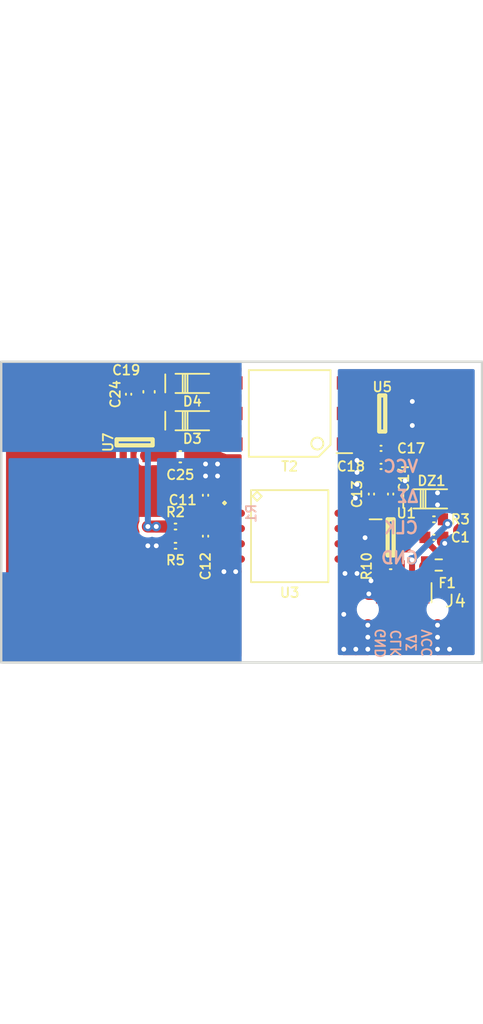
<source format=kicad_pcb>
(kicad_pcb (version 20171130) (host pcbnew 6.0.0-rc1-unknown-5edf350~66~ubuntu18.10.1)

  (general
    (thickness 1.6)
    (drawings 9)
    (tracks 219)
    (zones 0)
    (modules 25)
    (nets 20)
  )

  (page A4)
  (layers
    (0 F.Cu signal)
    (31 B.Cu signal)
    (32 B.Adhes user)
    (33 F.Adhes user)
    (34 B.Paste user)
    (35 F.Paste user)
    (36 B.SilkS user)
    (37 F.SilkS user)
    (38 B.Mask user)
    (39 F.Mask user)
    (40 Dwgs.User user)
    (41 Cmts.User user)
    (42 Eco1.User user)
    (43 Eco2.User user)
    (44 Edge.Cuts user)
    (45 Margin user)
    (46 B.CrtYd user hide)
    (47 F.CrtYd user)
    (48 B.Fab user)
    (49 F.Fab user hide)
  )

  (setup
    (last_trace_width 0.25)
    (user_trace_width 0.5)
    (user_trace_width 1)
    (trace_clearance 0.2)
    (zone_clearance 0.508)
    (zone_45_only no)
    (trace_min 0.2)
    (via_size 0.8)
    (via_drill 0.4)
    (via_min_size 0.4)
    (via_min_drill 0.3)
    (uvia_size 0.3)
    (uvia_drill 0.1)
    (uvias_allowed no)
    (uvia_min_size 0.2)
    (uvia_min_drill 0.1)
    (edge_width 0.15)
    (segment_width 0.2)
    (pcb_text_width 0.3)
    (pcb_text_size 1.5 1.5)
    (mod_edge_width 0.15)
    (mod_text_size 0.8 0.8)
    (mod_text_width 0.15)
    (pad_size 1.6 2.2)
    (pad_drill 0)
    (pad_to_mask_clearance 0.1)
    (aux_axis_origin 0 0)
    (visible_elements FFFFFF7F)
    (pcbplotparams
      (layerselection 0x010fc_ffffffff)
      (usegerberextensions false)
      (usegerberattributes false)
      (usegerberadvancedattributes false)
      (creategerberjobfile false)
      (excludeedgelayer true)
      (linewidth 0.100000)
      (plotframeref false)
      (viasonmask false)
      (mode 1)
      (useauxorigin false)
      (hpglpennumber 1)
      (hpglpenspeed 20)
      (hpglpendiameter 15.000000)
      (psnegative false)
      (psa4output false)
      (plotreference true)
      (plotvalue true)
      (plotinvisibletext false)
      (padsonsilk false)
      (subtractmaskfromsilk false)
      (outputformat 1)
      (mirror false)
      (drillshape 0)
      (scaleselection 1)
      (outputdirectory "../Gerber/"))
  )

  (net 0 "")
  (net 1 "Net-(T2-Pad3)")
  (net 2 "Net-(T2-Pad1)")
  (net 3 +5)
  (net 4 GND)
  (net 5 "/current sensor/VDD2")
  (net 6 "Net-(C19-Pad1)")
  (net 7 "Net-(D4-Pad2)")
  (net 8 "Net-(D3-Pad2)")
  (net 9 /delta_sigma)
  (net 10 "Net-(C12-Pad1)")
  (net 11 "/current sensor/CLK")
  (net 12 "/current sensor/DATA")
  (net 13 "/current sensor/Vin+")
  (net 14 /clk)
  (net 15 ISOGND)
  (net 16 "Net-(R10-Pad1)")
  (net 17 "Net-(R3-Pad1)")
  (net 18 "Net-(F1-Pad1)")
  (net 19 "Net-(C12-Pad2)")

  (net_class Default "This is the default net class."
    (clearance 0.2)
    (trace_width 0.25)
    (via_dia 0.8)
    (via_drill 0.4)
    (uvia_dia 0.3)
    (uvia_drill 0.1)
    (add_net +5)
    (add_net /clk)
    (add_net "/current sensor/CLK")
    (add_net "/current sensor/DATA")
    (add_net "/current sensor/VDD2")
    (add_net "/current sensor/Vin+")
    (add_net /delta_sigma)
    (add_net GND)
    (add_net ISOGND)
    (add_net "Net-(C12-Pad1)")
    (add_net "Net-(C12-Pad2)")
    (add_net "Net-(C19-Pad1)")
    (add_net "Net-(D3-Pad2)")
    (add_net "Net-(D4-Pad2)")
    (add_net "Net-(F1-Pad1)")
    (add_net "Net-(R10-Pad1)")
    (add_net "Net-(R3-Pad1)")
    (add_net "Net-(T2-Pad1)")
    (add_net "Net-(T2-Pad3)")
  )

  (module smd-semi:SOD-123 (layer F.Cu) (tedit 54CBDA9F) (tstamp 59930F3F)
    (at 148.9 76.9)
    (path /598FD5E6/589DB33A)
    (attr smd)
    (fp_text reference D3 (at 0 1.5) (layer F.SilkS)
      (effects (font (size 0.8 0.8) (thickness 0.15)))
    )
    (fp_text value MBR0520 (at 0 0) (layer F.Fab)
      (effects (font (size 0.8 0.8) (thickness 0.15)))
    )
    (fp_line (start -1.4 0.8) (end -1.4 -0.8) (layer F.Fab) (width 0.15))
    (fp_line (start 1.4 0.8) (end -1.4 0.8) (layer F.Fab) (width 0.15))
    (fp_line (start 1.4 -0.8) (end 1.4 0.8) (layer F.Fab) (width 0.15))
    (fp_line (start -1.4 -0.8) (end 1.4 -0.8) (layer F.Fab) (width 0.15))
    (fp_line (start -1 -0.8) (end -1 0.8) (layer F.Fab) (width 0.15))
    (fp_line (start -0.8 -0.8) (end -0.8 0.8) (layer F.Fab) (width 0.15))
    (fp_line (start -0.6 0.8) (end -0.6 -0.8) (layer F.Fab) (width 0.15))
    (fp_line (start -1.4 -0.8) (end 1.4 -0.8) (layer F.SilkS) (width 0.15))
    (fp_line (start -0.8 -0.8) (end -0.8 0.8) (layer F.SilkS) (width 0.15))
    (fp_line (start -0.6 0.8) (end -0.6 -0.8) (layer F.SilkS) (width 0.15))
    (fp_line (start -0.4 -0.8) (end -0.4 0.8) (layer F.SilkS) (width 0.15))
    (fp_line (start 1.4 0.8) (end -1.4 0.8) (layer F.SilkS) (width 0.15))
    (fp_line (start -2.5 -1) (end 2.5 -1) (layer F.CrtYd) (width 0.15))
    (fp_line (start -2.5 1) (end -2.5 -1) (layer F.CrtYd) (width 0.15))
    (fp_line (start 2.5 1) (end -2.5 1) (layer F.CrtYd) (width 0.15))
    (fp_line (start 2.5 -1) (end 2.5 1) (layer F.CrtYd) (width 0.15))
    (fp_line (start -2.25 -0.75) (end -2.25 0.75) (layer F.SilkS) (width 0.15))
    (pad 2 smd rect (at 1.6 0) (size 0.9 1.2) (layers F.Cu F.Paste F.Mask)
      (net 8 "Net-(D3-Pad2)"))
    (pad 1 smd rect (at -1.6 0) (size 0.9 1.2) (layers F.Cu F.Paste F.Mask)
      (net 6 "Net-(C19-Pad1)"))
    (model ${KIPRJMOD}/3Dlib/sod123.wrl
      (at (xyz 0 0 0))
      (scale (xyz 1 1 1))
      (rotate (xyz 0 0 180))
    )
  )

  (module IPC7351-Nominal:RESC1608X50 (layer F.Cu) (tedit 55D69DCE) (tstamp 59A3BD4C)
    (at 165.4 89 180)
    (descr "Resistor,Chip;1.58mm L X 0.85mm W X 0.50mm H")
    (path /599DA7B8)
    (attr smd)
    (fp_text reference R10 (at 2 0 270) (layer F.SilkS)
      (effects (font (size 0.8 0.8) (thickness 0.15)))
    )
    (fp_text value 22R (at 0 0 180) (layer F.Fab)
      (effects (font (size 0.5 0.5) (thickness 0.1)))
    )
    (fp_line (start -0.071 0.246) (end 0.071 0.246) (layer F.SilkS) (width 0.15))
    (fp_line (start 0.071 0.246) (end -0.071 0.246) (layer F.SilkS) (width 0.15))
    (fp_line (start -0.071 -0.246) (end 0.071 -0.246) (layer F.SilkS) (width 0.15))
    (fp_line (start 0.071 -0.246) (end -0.071 -0.246) (layer F.SilkS) (width 0.15))
    (fp_line (start -1.425 -0.75) (end 1.425 -0.75) (layer F.CrtYd) (width 0.05))
    (fp_line (start 1.425 -0.75) (end 1.425 0.75) (layer F.CrtYd) (width 0.05))
    (fp_line (start 1.425 0.75) (end -1.425 0.75) (layer F.CrtYd) (width 0.05))
    (fp_line (start -1.425 0.75) (end -1.425 -0.75) (layer F.CrtYd) (width 0.05))
    (pad 1 smd rect (at -0.75 0 180) (size 0.85 1) (layers F.Cu F.Paste F.Mask)
      (net 16 "Net-(R10-Pad1)"))
    (pad 2 smd rect (at 0.75 0 180) (size 0.85 1) (layers F.Cu F.Paste F.Mask)
      (net 14 /clk))
    (model ${KIPRJMOD}/3Dlib/r_0603_h078.step
      (at (xyz 0 0 0))
      (scale (xyz 1 1 1))
      (rotate (xyz 0 0 0))
    )
  )

  (module IPC7351-Nominal:RESC2012X50 (layer F.Cu) (tedit FBC56E98) (tstamp 59A3BC95)
    (at 169.4 88.9)
    (descr "Resistor,Chip;2.05mm L X 1.25mm W X 0.50mm H")
    (path /599DB09F)
    (attr smd)
    (fp_text reference F1 (at 0.7 1.5) (layer F.SilkS)
      (effects (font (size 0.8 0.8) (thickness 0.15)))
    )
    (fp_text value "FUSE 300mA" (at 0 0) (layer F.Fab)
      (effects (font (size 0.5 0.5) (thickness 0.1)))
    )
    (fp_line (start -0.271 0.471) (end 0.271 0.471) (layer F.SilkS) (width 0.15))
    (fp_line (start 0.271 0.471) (end -0.271 0.471) (layer F.SilkS) (width 0.15))
    (fp_line (start -0.271 -0.471) (end 0.271 -0.471) (layer F.SilkS) (width 0.15))
    (fp_line (start 0.271 -0.471) (end -0.271 -0.471) (layer F.SilkS) (width 0.15))
    (fp_line (start -1.725 -0.975) (end 1.725 -0.975) (layer F.CrtYd) (width 0.05))
    (fp_line (start 1.725 -0.975) (end 1.725 0.975) (layer F.CrtYd) (width 0.05))
    (fp_line (start 1.725 0.975) (end -1.725 0.975) (layer F.CrtYd) (width 0.05))
    (fp_line (start -1.725 0.975) (end -1.725 -0.975) (layer F.CrtYd) (width 0.05))
    (pad 1 smd rect (at -1 0) (size 0.95 1.45) (layers F.Cu F.Paste F.Mask)
      (net 18 "Net-(F1-Pad1)"))
    (pad 2 smd rect (at 1 0) (size 0.95 1.45) (layers F.Cu F.Paste F.Mask)
      (net 3 +5))
    (model ${KIPRJMOD}/3Dlib/r_0603_h078.step
      (at (xyz 0 0 0))
      (scale (xyz 1 1 1))
      (rotate (xyz 0 0 0))
    )
    (model ${KIPRJMOD}/3Dlib/r_0805_h078.step
      (at (xyz 0 0 0))
      (scale (xyz 1 1 1))
      (rotate (xyz 0 0 0))
    )
  )

  (module smd-semi:SOD-123 (layer F.Cu) (tedit 54CBDA9F) (tstamp 59A3BAE9)
    (at 168.7 83.4)
    (path /599DB8C8)
    (attr smd)
    (fp_text reference DZ1 (at 0.1 -1.5) (layer F.SilkS)
      (effects (font (size 0.8 0.8) (thickness 0.15)))
    )
    (fp_text value MMSZ52XXB (at 0 0) (layer F.Fab)
      (effects (font (size 0.8 0.8) (thickness 0.15)))
    )
    (fp_line (start -2.25 -0.75) (end -2.25 0.75) (layer F.SilkS) (width 0.15))
    (fp_line (start 2.5 -1) (end 2.5 1) (layer F.CrtYd) (width 0.15))
    (fp_line (start 2.5 1) (end -2.5 1) (layer F.CrtYd) (width 0.15))
    (fp_line (start -2.5 1) (end -2.5 -1) (layer F.CrtYd) (width 0.15))
    (fp_line (start -2.5 -1) (end 2.5 -1) (layer F.CrtYd) (width 0.15))
    (fp_line (start 1.4 0.8) (end -1.4 0.8) (layer F.SilkS) (width 0.15))
    (fp_line (start -0.4 -0.8) (end -0.4 0.8) (layer F.SilkS) (width 0.15))
    (fp_line (start -0.6 0.8) (end -0.6 -0.8) (layer F.SilkS) (width 0.15))
    (fp_line (start -0.8 -0.8) (end -0.8 0.8) (layer F.SilkS) (width 0.15))
    (fp_line (start -1.4 -0.8) (end 1.4 -0.8) (layer F.SilkS) (width 0.15))
    (fp_line (start -0.6 0.8) (end -0.6 -0.8) (layer F.Fab) (width 0.15))
    (fp_line (start -0.8 -0.8) (end -0.8 0.8) (layer F.Fab) (width 0.15))
    (fp_line (start -1 -0.8) (end -1 0.8) (layer F.Fab) (width 0.15))
    (fp_line (start -1.4 -0.8) (end 1.4 -0.8) (layer F.Fab) (width 0.15))
    (fp_line (start 1.4 -0.8) (end 1.4 0.8) (layer F.Fab) (width 0.15))
    (fp_line (start 1.4 0.8) (end -1.4 0.8) (layer F.Fab) (width 0.15))
    (fp_line (start -1.4 0.8) (end -1.4 -0.8) (layer F.Fab) (width 0.15))
    (pad 1 smd rect (at -1.6 0) (size 0.9 1.2) (layers F.Cu F.Paste F.Mask)
      (net 3 +5))
    (pad 2 smd rect (at 1.6 0) (size 0.9 1.2) (layers F.Cu F.Paste F.Mask)
      (net 4 GND))
    (model ${KIPRJMOD}/3Dlib/SOD-123.step
      (at (xyz 0 0 0))
      (scale (xyz 1 1 1))
      (rotate (xyz 0 0 0))
    )
  )

  (module IPC7351-Nominal:CAPC1608X55 (layer F.Cu) (tedit F0F977BE) (tstamp 599310C5)
    (at 169 86.6)
    (descr "Capacitor,non-polarized,Chip;1.60mm L X 0.80mm W X 0.55mm H")
    (path /5991FF80)
    (attr smd)
    (fp_text reference C1 (at 2.2 0 180) (layer F.SilkS)
      (effects (font (size 0.8 0.8) (thickness 0.15)))
    )
    (fp_text value 100nF (at 0 0) (layer F.Fab)
      (effects (font (size 0.5 0.5) (thickness 0.1)))
    )
    (fp_line (start -1.45 0.725) (end -1.45 -0.725) (layer F.CrtYd) (width 0.05))
    (fp_line (start 1.45 0.725) (end -1.45 0.725) (layer F.CrtYd) (width 0.05))
    (fp_line (start 1.45 -0.725) (end 1.45 0.725) (layer F.CrtYd) (width 0.05))
    (fp_line (start -1.45 -0.725) (end 1.45 -0.725) (layer F.CrtYd) (width 0.05))
    (fp_line (start 0.046 -0.221) (end -0.046 -0.221) (layer F.SilkS) (width 0.15))
    (fp_line (start -0.046 -0.221) (end 0.046 -0.221) (layer F.SilkS) (width 0.15))
    (fp_line (start 0.046 0.221) (end -0.046 0.221) (layer F.SilkS) (width 0.15))
    (fp_line (start -0.046 0.221) (end 0.046 0.221) (layer F.SilkS) (width 0.15))
    (pad 2 smd rect (at 0.75 0) (size 0.9 0.95) (layers F.Cu F.Paste F.Mask)
      (net 4 GND))
    (pad 1 smd rect (at -0.75 0) (size 0.9 0.95) (layers F.Cu F.Paste F.Mask)
      (net 3 +5))
    (model ${KIPRJMOD}/3Dlib/c_0603_h078.step
      (at (xyz 0 0 0))
      (scale (xyz 1 1 1))
      (rotate (xyz 0 0 0))
    )
  )

  (module "paltatech:DF13-4P-1.25H(50)" (layer F.Cu) (tedit 59A6B4DD) (tstamp 599301C2)
    (at 166.4 94.5 180)
    (path /59900007)
    (fp_text reference J4 (at -4.4 2.6) (layer F.SilkS)
      (effects (font (size 1 1) (thickness 0.15)))
    )
    (fp_text value "DS conn" (at 0 -0.5 180) (layer F.SilkS) hide
      (effects (font (size 1 1) (thickness 0.15)))
    )
    (fp_text user %R (at 0 0 270) (layer F.Fab)
      (effects (font (size 1 1) (thickness 0.15)))
    )
    (fp_line (start -2.4 2.5) (end -2.4 4.1) (layer F.SilkS) (width 0.15))
    (fp_line (start -4 -2.5) (end 4 -2.5) (layer F.SilkS) (width 0.15))
    (pad "" np_thru_hole circle (at 2.9 1.91 180) (size 0.82 0.82) (drill 0.82) (layers *.Cu *.Mask))
    (pad "" np_thru_hole circle (at -2.9 1.91 180) (size 0.82 0.82) (drill 0.82) (layers *.Cu *.Mask))
    (pad 4 smd rect (at 1.875 3.3 180) (size 0.7 1.8) (layers F.Cu F.Paste F.Mask)
      (net 4 GND))
    (pad 3 smd rect (at 0.625 3.3 180) (size 0.7 1.8) (layers F.Cu F.Paste F.Mask)
      (net 14 /clk))
    (pad 2 smd rect (at -0.625 3.3 180) (size 0.7 1.8) (layers F.Cu F.Paste F.Mask)
      (net 9 /delta_sigma))
    (pad 1 smd rect (at -1.875 3.3 180) (size 0.7 1.8) (layers F.Cu F.Paste F.Mask)
      (net 18 "Net-(F1-Pad1)"))
    (pad "" smd rect (at 4.225 0 180) (size 1.6 2.2) (layers F.Cu F.Paste F.Mask))
    (pad "" smd rect (at -4.225 0 180) (size 1.6 2.2) (layers F.Cu F.Paste F.Mask))
    (model ${KIPRJMOD}/3Dlib/DF13-4P-1.25H.stp
      (at (xyz 0 0 0))
      (scale (xyz 1 1 1))
      (rotate (xyz 0 0 180))
    )
  )

  (module paltatech:BAS-M-R0002 (layer B.Cu) (tedit 5996FD87) (tstamp 59907275)
    (at 143 84.5 270)
    (path /598FEF4C)
    (attr virtual)
    (fp_text reference R1 (at 0.1 -10.8 270) (layer B.SilkS)
      (effects (font (size 0.8 0.8) (thickness 0.15)) (justify mirror))
    )
    (fp_text value 0.035uOhm (at 0 0.5 270) (layer B.SilkS) hide
      (effects (font (size 1 1) (thickness 0.15)) (justify mirror))
    )
    (fp_line (start -42.5 10) (end 42.5 10) (layer B.CrtYd) (width 0.15))
    (fp_line (start 42.5 10) (end 42.5 -10) (layer B.CrtYd) (width 0.15))
    (fp_line (start 42.5 -10) (end -42.5 -10) (layer B.CrtYd) (width 0.15))
    (fp_line (start -42.5 -10) (end -42.5 10) (layer B.CrtYd) (width 0.15))
    (fp_text user %R (at 0 0 270) (layer B.Fab)
      (effects (font (size 1 1) (thickness 0.15)) (justify mirror))
    )
    (pad 1 smd rect (at -8.75 0 270) (size 7.5 20) (layers B.Cu B.Mask)
      (net 13 "/current sensor/Vin+"))
    (pad 2 smd rect (at 8.75 0 270) (size 7.5 20) (layers B.Cu B.Mask)
      (net 15 ISOGND) (zone_connect 2))
    (model ${KIPRJMOD}/3Dlib/BAS-M-R0002.step
      (offset (xyz 0 0 2.999999954944522))
      (scale (xyz 1 1 1))
      (rotate (xyz 0 180 0))
    )
  )

  (module smd-semi:SOT-23-6 (layer F.Cu) (tedit 55D140D0) (tstamp 59936069)
    (at 165.4 86.6)
    (path /59901584)
    (attr smd)
    (fp_text reference U1 (at 1.3 -2) (layer F.SilkS)
      (effects (font (size 0.8 0.8) (thickness 0.15)))
    )
    (fp_text value Buffer (at 0 0) (layer F.Fab)
      (effects (font (size 0.8 0.8) (thickness 0.15)))
    )
    (fp_line (start -1.25 -1.5) (end -1.25 -0.5) (layer F.Fab) (width 0.15))
    (fp_line (start -0.9 -1.55) (end 0.9 -1.55) (layer F.Fab) (width 0.15))
    (fp_line (start 0.9 -1.55) (end 0.9 1.55) (layer F.Fab) (width 0.15))
    (fp_line (start 0.9 1.55) (end -0.9 1.55) (layer F.Fab) (width 0.15))
    (fp_line (start -0.9 1.55) (end -0.9 -1.55) (layer F.Fab) (width 0.15))
    (fp_line (start -0.75 -1.5) (end -1.75 -1.5) (layer F.SilkS) (width 0.15))
    (fp_line (start -0.25 -1.5) (end 0.25 -1.5) (layer F.SilkS) (width 0.35))
    (fp_line (start 0.25 -1.5) (end 0.25 1.5) (layer F.SilkS) (width 0.35))
    (fp_line (start 0.25 1.5) (end -0.25 1.5) (layer F.SilkS) (width 0.35))
    (fp_line (start -0.25 1.5) (end -0.25 -1.5) (layer F.SilkS) (width 0.35))
    (fp_line (start -2 -2) (end 2 -2) (layer F.CrtYd) (width 0.15))
    (fp_line (start 2 -2) (end 2 2) (layer F.CrtYd) (width 0.15))
    (fp_line (start 2 2) (end -2 2) (layer F.CrtYd) (width 0.15))
    (fp_line (start -2 2) (end -2 -2) (layer F.CrtYd) (width 0.15))
    (pad 1 smd rect (at -1.1 -0.95) (size 1.1 0.6) (layers F.Cu F.Paste F.Mask)
      (net 12 "/current sensor/DATA"))
    (pad 3 smd rect (at -1.1 0.95) (size 1.1 0.6) (layers F.Cu F.Paste F.Mask)
      (net 11 "/current sensor/CLK"))
    (pad 2 smd rect (at -1.1 0) (size 1.1 0.6) (layers F.Cu F.Paste F.Mask)
      (net 4 GND))
    (pad 4 smd rect (at 1.1 0.95) (size 1.1 0.6) (layers F.Cu F.Paste F.Mask)
      (net 16 "Net-(R10-Pad1)"))
    (pad 6 smd rect (at 1.1 -0.95) (size 1.1 0.6) (layers F.Cu F.Paste F.Mask)
      (net 17 "Net-(R3-Pad1)"))
    (pad 5 smd rect (at 1.1 0) (size 1.1 0.6) (layers F.Cu F.Paste F.Mask)
      (net 3 +5))
    (model ${KIPRJMOD}/3Dlib/sot23_5_18x29_p095.step
      (at (xyz 0 0 0))
      (scale (xyz 1 1 1))
      (rotate (xyz 0 0 90))
    )
  )

  (module manuf:WURTH-760390014 (layer F.Cu) (tedit 589CE734) (tstamp 599348F5)
    (at 157 76.3 180)
    (path /598FD5E6/589DB385)
    (fp_text reference T2 (at 0 -4.4 180) (layer F.SilkS)
      (effects (font (size 0.8 0.8) (thickness 0.15)))
    )
    (fp_text value TRANS-2CT (at 0 -0.5 180) (layer F.SilkS) hide
      (effects (font (size 1 1) (thickness 0.15)))
    )
    (fp_line (start -2.4 -3.6) (end 3.4 -3.6) (layer F.SilkS) (width 0.15))
    (fp_line (start 3.4 -3.6) (end 3.4 3.6) (layer F.SilkS) (width 0.15))
    (fp_line (start 3.4 3.6) (end -3.4 3.6) (layer F.SilkS) (width 0.15))
    (fp_line (start -3.4 3.6) (end -3.4 -2.6) (layer F.SilkS) (width 0.15))
    (fp_line (start -3.4 -2.6) (end -2.4 -3.6) (layer F.SilkS) (width 0.15))
    (fp_line (start -5.2 -3.3) (end -3.9 -3.3) (layer F.SilkS) (width 0.15))
    (fp_line (start -3.9 -3.3) (end -3.9 -3.3) (layer F.SilkS) (width 0.15))
    (fp_circle (center -2.3 -2.5) (end -1.9 -2.2) (layer F.SilkS) (width 0.15))
    (fp_text user %R (at 0 0 180) (layer F.Fab)
      (effects (font (size 1 1) (thickness 0.15)))
    )
    (pad 1 smd rect (at -4.57 -2.54 180) (size 1.3 1.1) (layers F.Cu F.Paste F.Mask)
      (net 2 "Net-(T2-Pad1)"))
    (pad 2 smd rect (at -4.57 0 180) (size 1.3 1.1) (layers F.Cu F.Paste F.Mask)
      (net 3 +5))
    (pad 3 smd rect (at -4.57 2.54 180) (size 1.3 1.1) (layers F.Cu F.Paste F.Mask)
      (net 1 "Net-(T2-Pad3)"))
    (pad 4 smd rect (at 4.57 2.54 180) (size 1.3 1.1) (layers F.Cu F.Paste F.Mask)
      (net 7 "Net-(D4-Pad2)"))
    (pad 5 smd rect (at 4.57 0 180) (size 1.3 1.1) (layers F.Cu F.Paste F.Mask)
      (net 15 ISOGND))
    (pad 6 smd rect (at 4.57 -2.54 180) (size 1.3 1.1) (layers F.Cu F.Paste F.Mask)
      (net 8 "Net-(D3-Pad2)"))
    (model ${KIPRJMOD}/3Dlib/250-1109-rev1.step
      (at (xyz 0 0 0))
      (scale (xyz 1 1 1))
      (rotate (xyz 0 0 0))
    )
  )

  (module IPC7351-Nominal:CAPC1608X55 (layer F.Cu) (tedit F0F977BE) (tstamp 599310E1)
    (at 163.8 83 90)
    (descr "Capacitor,non-polarized,Chip;1.60mm L X 0.80mm W X 0.55mm H")
    (path /598FD705/585B1E88)
    (attr smd)
    (fp_text reference C13 (at 0 -1.2 90) (layer F.SilkS)
      (effects (font (size 0.8 0.8) (thickness 0.15)))
    )
    (fp_text value 100nF (at 0 0 90) (layer F.Fab)
      (effects (font (size 0.5 0.5) (thickness 0.1)))
    )
    (fp_line (start -1.45 0.725) (end -1.45 -0.725) (layer F.CrtYd) (width 0.05))
    (fp_line (start 1.45 0.725) (end -1.45 0.725) (layer F.CrtYd) (width 0.05))
    (fp_line (start 1.45 -0.725) (end 1.45 0.725) (layer F.CrtYd) (width 0.05))
    (fp_line (start -1.45 -0.725) (end 1.45 -0.725) (layer F.CrtYd) (width 0.05))
    (fp_line (start 0.046 -0.221) (end -0.046 -0.221) (layer F.SilkS) (width 0.15))
    (fp_line (start -0.046 -0.221) (end 0.046 -0.221) (layer F.SilkS) (width 0.15))
    (fp_line (start 0.046 0.221) (end -0.046 0.221) (layer F.SilkS) (width 0.15))
    (fp_line (start -0.046 0.221) (end 0.046 0.221) (layer F.SilkS) (width 0.15))
    (pad 2 smd rect (at 0.75 0 90) (size 0.9 0.95) (layers F.Cu F.Paste F.Mask)
      (net 4 GND))
    (pad 1 smd rect (at -0.75 0 90) (size 0.9 0.95) (layers F.Cu F.Paste F.Mask)
      (net 3 +5))
    (model ${KIPRJMOD}/3Dlib/c_0603_h078.step
      (at (xyz 0 0 0))
      (scale (xyz 1 1 1))
      (rotate (xyz 0 0 0))
    )
  )

  (module IPC7351-Nominal:CAPC1608X55 (layer F.Cu) (tedit F0F977BE) (tstamp 599310B7)
    (at 150 83.1 90)
    (descr "Capacitor,non-polarized,Chip;1.60mm L X 0.80mm W X 0.55mm H")
    (path /598FD705/5991F9FE)
    (attr smd)
    (fp_text reference C11 (at -0.4 -1.9 -180) (layer F.SilkS)
      (effects (font (size 0.8 0.8) (thickness 0.15)))
    )
    (fp_text value 100nF (at 0 0 90) (layer F.Fab)
      (effects (font (size 0.5 0.5) (thickness 0.1)))
    )
    (fp_line (start -0.046 0.221) (end 0.046 0.221) (layer F.SilkS) (width 0.15))
    (fp_line (start 0.046 0.221) (end -0.046 0.221) (layer F.SilkS) (width 0.15))
    (fp_line (start -0.046 -0.221) (end 0.046 -0.221) (layer F.SilkS) (width 0.15))
    (fp_line (start 0.046 -0.221) (end -0.046 -0.221) (layer F.SilkS) (width 0.15))
    (fp_line (start -1.45 -0.725) (end 1.45 -0.725) (layer F.CrtYd) (width 0.05))
    (fp_line (start 1.45 -0.725) (end 1.45 0.725) (layer F.CrtYd) (width 0.05))
    (fp_line (start 1.45 0.725) (end -1.45 0.725) (layer F.CrtYd) (width 0.05))
    (fp_line (start -1.45 0.725) (end -1.45 -0.725) (layer F.CrtYd) (width 0.05))
    (pad 1 smd rect (at -0.75 0 90) (size 0.9 0.95) (layers F.Cu F.Paste F.Mask)
      (net 5 "/current sensor/VDD2"))
    (pad 2 smd rect (at 0.75 0 90) (size 0.9 0.95) (layers F.Cu F.Paste F.Mask)
      (net 15 ISOGND))
    (model ${KIPRJMOD}/3Dlib/c_0603_h078.step
      (at (xyz 0 0 0))
      (scale (xyz 1 1 1))
      (rotate (xyz 0 0 0))
    )
  )

  (module IPC7351-Nominal:CAPC1608X55 (layer F.Cu) (tedit F0F977BE) (tstamp 599310A9)
    (at 150 86.5 270)
    (descr "Capacitor,non-polarized,Chip;1.60mm L X 0.80mm W X 0.55mm H")
    (path /598FD705/585AF5E7)
    (attr smd)
    (fp_text reference C12 (at 2.5 0 270) (layer F.SilkS)
      (effects (font (size 0.8 0.8) (thickness 0.15)))
    )
    (fp_text value 330pF (at 0 0 270) (layer F.Fab)
      (effects (font (size 0.5 0.5) (thickness 0.1)))
    )
    (fp_line (start -1.45 0.725) (end -1.45 -0.725) (layer F.CrtYd) (width 0.05))
    (fp_line (start 1.45 0.725) (end -1.45 0.725) (layer F.CrtYd) (width 0.05))
    (fp_line (start 1.45 -0.725) (end 1.45 0.725) (layer F.CrtYd) (width 0.05))
    (fp_line (start -1.45 -0.725) (end 1.45 -0.725) (layer F.CrtYd) (width 0.05))
    (fp_line (start 0.046 -0.221) (end -0.046 -0.221) (layer F.SilkS) (width 0.15))
    (fp_line (start -0.046 -0.221) (end 0.046 -0.221) (layer F.SilkS) (width 0.15))
    (fp_line (start 0.046 0.221) (end -0.046 0.221) (layer F.SilkS) (width 0.15))
    (fp_line (start -0.046 0.221) (end 0.046 0.221) (layer F.SilkS) (width 0.15))
    (pad 2 smd rect (at 0.75 0 270) (size 0.9 0.95) (layers F.Cu F.Paste F.Mask)
      (net 19 "Net-(C12-Pad2)"))
    (pad 1 smd rect (at -0.75 0 270) (size 0.9 0.95) (layers F.Cu F.Paste F.Mask)
      (net 10 "Net-(C12-Pad1)"))
    (model ${KIPRJMOD}/3Dlib/c_0603_h078.step
      (at (xyz 0 0 0))
      (scale (xyz 1 1 1))
      (rotate (xyz 0 0 0))
    )
  )

  (module IPC7351-Nominal:CAPC1608X55 (layer F.Cu) (tedit F0F977BE) (tstamp 5993109B)
    (at 143.6 74.7 90)
    (descr "Capacitor,non-polarized,Chip;1.60mm L X 0.80mm W X 0.55mm H")
    (path /598FD5E6/589DB35A)
    (attr smd)
    (fp_text reference C24 (at 0 -1.1 90) (layer F.SilkS)
      (effects (font (size 0.8 0.8) (thickness 0.15)))
    )
    (fp_text value 100nF (at 0 0 90) (layer F.Fab)
      (effects (font (size 0.5 0.5) (thickness 0.1)))
    )
    (fp_line (start -0.046 0.221) (end 0.046 0.221) (layer F.SilkS) (width 0.15))
    (fp_line (start 0.046 0.221) (end -0.046 0.221) (layer F.SilkS) (width 0.15))
    (fp_line (start -0.046 -0.221) (end 0.046 -0.221) (layer F.SilkS) (width 0.15))
    (fp_line (start 0.046 -0.221) (end -0.046 -0.221) (layer F.SilkS) (width 0.15))
    (fp_line (start -1.45 -0.725) (end 1.45 -0.725) (layer F.CrtYd) (width 0.05))
    (fp_line (start 1.45 -0.725) (end 1.45 0.725) (layer F.CrtYd) (width 0.05))
    (fp_line (start 1.45 0.725) (end -1.45 0.725) (layer F.CrtYd) (width 0.05))
    (fp_line (start -1.45 0.725) (end -1.45 -0.725) (layer F.CrtYd) (width 0.05))
    (pad 1 smd rect (at -0.75 0 90) (size 0.9 0.95) (layers F.Cu F.Paste F.Mask)
      (net 6 "Net-(C19-Pad1)"))
    (pad 2 smd rect (at 0.75 0 90) (size 0.9 0.95) (layers F.Cu F.Paste F.Mask)
      (net 15 ISOGND))
    (model ${KIPRJMOD}/3Dlib/c_0603_h078.step
      (at (xyz 0 0 0))
      (scale (xyz 1 1 1))
      (rotate (xyz 0 0 0))
    )
  )

  (module IPC7351-Nominal:CAPC1608X55 (layer F.Cu) (tedit F0F977BE) (tstamp 5993108D)
    (at 164.6 80.7 180)
    (descr "Capacitor,non-polarized,Chip;1.60mm L X 0.80mm W X 0.55mm H")
    (path /598FD5E6/589DB32B)
    (attr smd)
    (fp_text reference C18 (at 2.5 0) (layer F.SilkS)
      (effects (font (size 0.8 0.8) (thickness 0.15)))
    )
    (fp_text value 100nF (at 0 0 180) (layer F.Fab)
      (effects (font (size 0.5 0.5) (thickness 0.1)))
    )
    (fp_line (start -1.45 0.725) (end -1.45 -0.725) (layer F.CrtYd) (width 0.05))
    (fp_line (start 1.45 0.725) (end -1.45 0.725) (layer F.CrtYd) (width 0.05))
    (fp_line (start 1.45 -0.725) (end 1.45 0.725) (layer F.CrtYd) (width 0.05))
    (fp_line (start -1.45 -0.725) (end 1.45 -0.725) (layer F.CrtYd) (width 0.05))
    (fp_line (start 0.046 -0.221) (end -0.046 -0.221) (layer F.SilkS) (width 0.15))
    (fp_line (start -0.046 -0.221) (end 0.046 -0.221) (layer F.SilkS) (width 0.15))
    (fp_line (start 0.046 0.221) (end -0.046 0.221) (layer F.SilkS) (width 0.15))
    (fp_line (start -0.046 0.221) (end 0.046 0.221) (layer F.SilkS) (width 0.15))
    (pad 2 smd rect (at 0.75 0 180) (size 0.9 0.95) (layers F.Cu F.Paste F.Mask)
      (net 4 GND))
    (pad 1 smd rect (at -0.75 0 180) (size 0.9 0.95) (layers F.Cu F.Paste F.Mask)
      (net 3 +5))
    (model ${KIPRJMOD}/3Dlib/c_0603_h078.step
      (at (xyz 0 0 0))
      (scale (xyz 1 1 1))
      (rotate (xyz 0 0 0))
    )
  )

  (module IPC7351-Nominal:CAPC1608X55 (layer F.Cu) (tedit F0F977BE) (tstamp 5993107F)
    (at 164.6 79.2 180)
    (descr "Capacitor,non-polarized,Chip;1.60mm L X 0.80mm W X 0.55mm H")
    (path /598FD5E6/589DB323)
    (attr smd)
    (fp_text reference C17 (at -2.5 0) (layer F.SilkS)
      (effects (font (size 0.8 0.8) (thickness 0.15)))
    )
    (fp_text value 2.2uF (at 0 0 180) (layer F.Fab)
      (effects (font (size 0.5 0.5) (thickness 0.1)))
    )
    (fp_line (start -0.046 0.221) (end 0.046 0.221) (layer F.SilkS) (width 0.15))
    (fp_line (start 0.046 0.221) (end -0.046 0.221) (layer F.SilkS) (width 0.15))
    (fp_line (start -0.046 -0.221) (end 0.046 -0.221) (layer F.SilkS) (width 0.15))
    (fp_line (start 0.046 -0.221) (end -0.046 -0.221) (layer F.SilkS) (width 0.15))
    (fp_line (start -1.45 -0.725) (end 1.45 -0.725) (layer F.CrtYd) (width 0.05))
    (fp_line (start 1.45 -0.725) (end 1.45 0.725) (layer F.CrtYd) (width 0.05))
    (fp_line (start 1.45 0.725) (end -1.45 0.725) (layer F.CrtYd) (width 0.05))
    (fp_line (start -1.45 0.725) (end -1.45 -0.725) (layer F.CrtYd) (width 0.05))
    (pad 1 smd rect (at -0.75 0 180) (size 0.9 0.95) (layers F.Cu F.Paste F.Mask)
      (net 3 +5))
    (pad 2 smd rect (at 0.75 0 180) (size 0.9 0.95) (layers F.Cu F.Paste F.Mask)
      (net 4 GND))
    (model ${KIPRJMOD}/3Dlib/c_0603_h078.step
      (at (xyz 0 0 0))
      (scale (xyz 1 1 1))
      (rotate (xyz 0 0 0))
    )
  )

  (module IPC7351-Nominal:CAPC1608X55 (layer F.Cu) (tedit F0F977BE) (tstamp 59931071)
    (at 165.4 83 90)
    (descr "Capacitor,non-polarized,Chip;1.60mm L X 0.80mm W X 0.55mm H")
    (path /598FD705/585B2111)
    (attr smd)
    (fp_text reference C14 (at 1.3 1.1 90) (layer F.SilkS)
      (effects (font (size 0.8 0.8) (thickness 0.15)))
    )
    (fp_text value 2.2uF (at 0 0 90) (layer F.Fab)
      (effects (font (size 0.5 0.5) (thickness 0.1)))
    )
    (fp_line (start -1.45 0.725) (end -1.45 -0.725) (layer F.CrtYd) (width 0.05))
    (fp_line (start 1.45 0.725) (end -1.45 0.725) (layer F.CrtYd) (width 0.05))
    (fp_line (start 1.45 -0.725) (end 1.45 0.725) (layer F.CrtYd) (width 0.05))
    (fp_line (start -1.45 -0.725) (end 1.45 -0.725) (layer F.CrtYd) (width 0.05))
    (fp_line (start 0.046 -0.221) (end -0.046 -0.221) (layer F.SilkS) (width 0.15))
    (fp_line (start -0.046 -0.221) (end 0.046 -0.221) (layer F.SilkS) (width 0.15))
    (fp_line (start 0.046 0.221) (end -0.046 0.221) (layer F.SilkS) (width 0.15))
    (fp_line (start -0.046 0.221) (end 0.046 0.221) (layer F.SilkS) (width 0.15))
    (pad 2 smd rect (at 0.75 0 90) (size 0.9 0.95) (layers F.Cu F.Paste F.Mask)
      (net 4 GND))
    (pad 1 smd rect (at -0.75 0 90) (size 0.9 0.95) (layers F.Cu F.Paste F.Mask)
      (net 3 +5))
    (model ${KIPRJMOD}/3Dlib/c_0603_h078.step
      (at (xyz 0 0 0))
      (scale (xyz 1 1 1))
      (rotate (xyz 0 0 0))
    )
  )

  (module IPC7351-Nominal:CAPC2012X70 (layer F.Cu) (tedit 60466190) (tstamp 59931055)
    (at 145.3 74.5 90)
    (descr "Capacitor,non-polarized,Chip;2.00mm L X 1.25mm W X 0.70mm H")
    (path /598FD5E6/589DB351)
    (attr smd)
    (fp_text reference C19 (at 1.8 -1.9 180) (layer F.SilkS)
      (effects (font (size 0.8 0.8) (thickness 0.15)))
    )
    (fp_text value 22uF (at 0 0 90) (layer F.Fab)
      (effects (font (size 0.5 0.5) (thickness 0.1)))
    )
    (fp_line (start -1.725 0.975) (end -1.725 -0.975) (layer F.CrtYd) (width 0.05))
    (fp_line (start 1.725 0.975) (end -1.725 0.975) (layer F.CrtYd) (width 0.05))
    (fp_line (start 1.725 -0.975) (end 1.725 0.975) (layer F.CrtYd) (width 0.05))
    (fp_line (start -1.725 -0.975) (end 1.725 -0.975) (layer F.CrtYd) (width 0.05))
    (fp_line (start 0.071 -0.471) (end -0.071 -0.471) (layer F.SilkS) (width 0.15))
    (fp_line (start -0.071 -0.471) (end 0.071 -0.471) (layer F.SilkS) (width 0.15))
    (fp_line (start 0.071 0.471) (end -0.071 0.471) (layer F.SilkS) (width 0.15))
    (fp_line (start -0.071 0.471) (end 0.071 0.471) (layer F.SilkS) (width 0.15))
    (pad 2 smd rect (at 0.9 0 90) (size 1.15 1.45) (layers F.Cu F.Paste F.Mask)
      (net 15 ISOGND))
    (pad 1 smd rect (at -0.9 0 90) (size 1.15 1.45) (layers F.Cu F.Paste F.Mask)
      (net 6 "Net-(C19-Pad1)"))
    (model ${KIPRJMOD}/3Dlib/c_0805_h078.step
      (at (xyz 0 0 0))
      (scale (xyz 1 1 1))
      (rotate (xyz 0 0 0))
    )
  )

  (module IPC7351-Nominal:CAPC2012X70 (layer F.Cu) (tedit 60466190) (tstamp 59931047)
    (at 147.9 79.9)
    (descr "Capacitor,non-polarized,Chip;2.00mm L X 1.25mm W X 0.70mm H")
    (path /598FD5E6/589DB375)
    (attr smd)
    (fp_text reference C25 (at 0 1.5) (layer F.SilkS)
      (effects (font (size 0.8 0.8) (thickness 0.15)))
    )
    (fp_text value 22uF (at 0 0) (layer F.Fab)
      (effects (font (size 0.5 0.5) (thickness 0.1)))
    )
    (fp_line (start -0.071 0.471) (end 0.071 0.471) (layer F.SilkS) (width 0.15))
    (fp_line (start 0.071 0.471) (end -0.071 0.471) (layer F.SilkS) (width 0.15))
    (fp_line (start -0.071 -0.471) (end 0.071 -0.471) (layer F.SilkS) (width 0.15))
    (fp_line (start 0.071 -0.471) (end -0.071 -0.471) (layer F.SilkS) (width 0.15))
    (fp_line (start -1.725 -0.975) (end 1.725 -0.975) (layer F.CrtYd) (width 0.05))
    (fp_line (start 1.725 -0.975) (end 1.725 0.975) (layer F.CrtYd) (width 0.05))
    (fp_line (start 1.725 0.975) (end -1.725 0.975) (layer F.CrtYd) (width 0.05))
    (fp_line (start -1.725 0.975) (end -1.725 -0.975) (layer F.CrtYd) (width 0.05))
    (pad 1 smd rect (at -0.9 0) (size 1.15 1.45) (layers F.Cu F.Paste F.Mask)
      (net 5 "/current sensor/VDD2"))
    (pad 2 smd rect (at 0.9 0) (size 1.15 1.45) (layers F.Cu F.Paste F.Mask)
      (net 15 ISOGND))
    (model ${KIPRJMOD}/3Dlib/c_0805_h078.step
      (at (xyz 0 0 0))
      (scale (xyz 1 1 1))
      (rotate (xyz 0 0 0))
    )
  )

  (module IPC7351-Nominal:RESC1608X50 (layer F.Cu) (tedit 55D69DCE) (tstamp 59931039)
    (at 169 85.1)
    (descr "Resistor,Chip;1.58mm L X 0.85mm W X 0.50mm H")
    (path /599DA554)
    (attr smd)
    (fp_text reference R3 (at 2.2 0 -180) (layer F.SilkS)
      (effects (font (size 0.8 0.8) (thickness 0.15)))
    )
    (fp_text value 22R (at 0 0) (layer F.Fab)
      (effects (font (size 0.5 0.5) (thickness 0.1)))
    )
    (fp_line (start -0.071 0.246) (end 0.071 0.246) (layer F.SilkS) (width 0.15))
    (fp_line (start 0.071 0.246) (end -0.071 0.246) (layer F.SilkS) (width 0.15))
    (fp_line (start -0.071 -0.246) (end 0.071 -0.246) (layer F.SilkS) (width 0.15))
    (fp_line (start 0.071 -0.246) (end -0.071 -0.246) (layer F.SilkS) (width 0.15))
    (fp_line (start -1.425 -0.75) (end 1.425 -0.75) (layer F.CrtYd) (width 0.05))
    (fp_line (start 1.425 -0.75) (end 1.425 0.75) (layer F.CrtYd) (width 0.05))
    (fp_line (start 1.425 0.75) (end -1.425 0.75) (layer F.CrtYd) (width 0.05))
    (fp_line (start -1.425 0.75) (end -1.425 -0.75) (layer F.CrtYd) (width 0.05))
    (pad 1 smd rect (at -0.75 0) (size 0.85 1) (layers F.Cu F.Paste F.Mask)
      (net 17 "Net-(R3-Pad1)"))
    (pad 2 smd rect (at 0.75 0) (size 0.85 1) (layers F.Cu F.Paste F.Mask)
      (net 9 /delta_sigma))
    (model ${KIPRJMOD}/3Dlib/r_0603_h078.step
      (at (xyz 0 0 0))
      (scale (xyz 1 1 1))
      (rotate (xyz 0 0 0))
    )
  )

  (module IPC7351-Nominal:RESC1608X50 (layer F.Cu) (tedit 55D69DCE) (tstamp 5993101D)
    (at 147.5 87.3)
    (descr "Resistor,Chip;1.58mm L X 0.85mm W X 0.50mm H")
    (path /598FD705/585AF780)
    (attr smd)
    (fp_text reference R5 (at 0 1.2) (layer F.SilkS)
      (effects (font (size 0.8 0.8) (thickness 0.15)))
    )
    (fp_text value 1k (at 0 0) (layer F.Fab)
      (effects (font (size 0.5 0.5) (thickness 0.1)))
    )
    (fp_line (start -1.425 0.75) (end -1.425 -0.75) (layer F.CrtYd) (width 0.05))
    (fp_line (start 1.425 0.75) (end -1.425 0.75) (layer F.CrtYd) (width 0.05))
    (fp_line (start 1.425 -0.75) (end 1.425 0.75) (layer F.CrtYd) (width 0.05))
    (fp_line (start -1.425 -0.75) (end 1.425 -0.75) (layer F.CrtYd) (width 0.05))
    (fp_line (start 0.071 -0.246) (end -0.071 -0.246) (layer F.SilkS) (width 0.15))
    (fp_line (start -0.071 -0.246) (end 0.071 -0.246) (layer F.SilkS) (width 0.15))
    (fp_line (start 0.071 0.246) (end -0.071 0.246) (layer F.SilkS) (width 0.15))
    (fp_line (start -0.071 0.246) (end 0.071 0.246) (layer F.SilkS) (width 0.15))
    (pad 2 smd rect (at 0.75 0) (size 0.85 1) (layers F.Cu F.Paste F.Mask)
      (net 19 "Net-(C12-Pad2)"))
    (pad 1 smd rect (at -0.75 0) (size 0.85 1) (layers F.Cu F.Paste F.Mask)
      (net 15 ISOGND))
    (model ${KIPRJMOD}/3Dlib/r_0603_h078.step
      (at (xyz 0 0 0))
      (scale (xyz 1 1 1))
      (rotate (xyz 0 0 0))
    )
  )

  (module IPC7351-Nominal:RESC1608X50 (layer F.Cu) (tedit 55D69DCE) (tstamp 59931001)
    (at 147.5 85.7)
    (descr "Resistor,Chip;1.58mm L X 0.85mm W X 0.50mm H")
    (path /598FD705/598FDE22)
    (attr smd)
    (fp_text reference R2 (at 0 -1.2) (layer F.SilkS)
      (effects (font (size 0.8 0.8) (thickness 0.15)))
    )
    (fp_text value 1k (at 0 0) (layer F.Fab)
      (effects (font (size 0.5 0.5) (thickness 0.1)))
    )
    (fp_line (start -1.425 0.75) (end -1.425 -0.75) (layer F.CrtYd) (width 0.05))
    (fp_line (start 1.425 0.75) (end -1.425 0.75) (layer F.CrtYd) (width 0.05))
    (fp_line (start 1.425 -0.75) (end 1.425 0.75) (layer F.CrtYd) (width 0.05))
    (fp_line (start -1.425 -0.75) (end 1.425 -0.75) (layer F.CrtYd) (width 0.05))
    (fp_line (start 0.071 -0.246) (end -0.071 -0.246) (layer F.SilkS) (width 0.15))
    (fp_line (start -0.071 -0.246) (end 0.071 -0.246) (layer F.SilkS) (width 0.15))
    (fp_line (start 0.071 0.246) (end -0.071 0.246) (layer F.SilkS) (width 0.15))
    (fp_line (start -0.071 0.246) (end 0.071 0.246) (layer F.SilkS) (width 0.15))
    (pad 2 smd rect (at 0.75 0) (size 0.85 1) (layers F.Cu F.Paste F.Mask)
      (net 10 "Net-(C12-Pad1)"))
    (pad 1 smd rect (at -0.75 0) (size 0.85 1) (layers F.Cu F.Paste F.Mask)
      (net 13 "/current sensor/Vin+"))
    (model ${KIPRJMOD}/3Dlib/r_0603_h078.step
      (at (xyz 0 0 0))
      (scale (xyz 1 1 1))
      (rotate (xyz 0 0 0))
    )
  )

  (module IPC7351-Nominal:SOIC127P1032X265-8 (layer F.Cu) (tedit E8153C1E) (tstamp 59930FBB)
    (at 157 86.5)
    (descr "SOIC,1.27mm pitch;8 pin,7.60mm W X 7.65mm L X 2.65mm H body")
    (path /598FD705/585AEFF8)
    (attr smd)
    (fp_text reference U3 (at 0 4.7) (layer F.SilkS)
      (effects (font (size 0.8 0.8) (thickness 0.15)))
    )
    (fp_text value AMC1303 (at 0 0) (layer F.Fab)
      (effects (font (size 0.5 0.5) (thickness 0.1)))
    )
    (fp_line (start 3.217 -3.825) (end -3.217 -3.825) (layer F.SilkS) (width 0.15))
    (fp_line (start -3.217 -3.825) (end -3.217 3.825) (layer F.SilkS) (width 0.15))
    (fp_line (start -3.217 3.825) (end 3.217 3.825) (layer F.SilkS) (width 0.15))
    (fp_line (start 3.217 3.825) (end 3.217 -3.825) (layer F.SilkS) (width 0.15))
    (fp_line (start -5.548 -2.759) (end -5.421 -2.886) (layer F.SilkS) (width 0.15))
    (fp_line (start -5.421 -2.886) (end -5.294 -2.759) (layer F.SilkS) (width 0.15))
    (fp_line (start -5.294 -2.759) (end -5.421 -2.632) (layer F.SilkS) (width 0.15))
    (fp_line (start -5.421 -2.632) (end -5.548 -2.759) (layer F.SilkS) (width 0.15))
    (fp_line (start -3.09 -3.317) (end -2.709 -3.698) (layer F.SilkS) (width 0.15))
    (fp_line (start -2.709 -3.698) (end -2.328 -3.317) (layer F.SilkS) (width 0.15))
    (fp_line (start -2.328 -3.317) (end -2.709 -2.936) (layer F.SilkS) (width 0.15))
    (fp_line (start -2.709 -2.936) (end -3.09 -3.317) (layer F.SilkS) (width 0.15))
    (fp_line (start -5.925 -4.075) (end 5.925 -4.075) (layer F.CrtYd) (width 0.05))
    (fp_line (start 5.925 -4.075) (end 5.925 4.075) (layer F.CrtYd) (width 0.05))
    (fp_line (start 5.925 4.075) (end -5.925 4.075) (layer F.CrtYd) (width 0.05))
    (fp_line (start -5.925 4.075) (end -5.925 -4.075) (layer F.CrtYd) (width 0.05))
    (pad 1 smd oval (at -4.7 -1.905) (size 1.95 0.6) (layers F.Cu F.Paste F.Mask)
      (net 5 "/current sensor/VDD2"))
    (pad 2 smd oval (at -4.7 -0.635) (size 1.95 0.6) (layers F.Cu F.Paste F.Mask)
      (net 10 "Net-(C12-Pad1)"))
    (pad 3 smd oval (at -4.7 0.635) (size 1.95 0.6) (layers F.Cu F.Paste F.Mask)
      (net 19 "Net-(C12-Pad2)"))
    (pad 4 smd oval (at -4.7 1.905) (size 1.95 0.6) (layers F.Cu F.Paste F.Mask)
      (net 15 ISOGND))
    (pad 5 smd oval (at 4.7 1.905) (size 1.95 0.6) (layers F.Cu F.Paste F.Mask)
      (net 4 GND))
    (pad 6 smd oval (at 4.7 0.635) (size 1.95 0.6) (layers F.Cu F.Paste F.Mask)
      (net 11 "/current sensor/CLK"))
    (pad 7 smd oval (at 4.7 -0.635) (size 1.95 0.6) (layers F.Cu F.Paste F.Mask)
      (net 12 "/current sensor/DATA"))
    (pad 8 smd oval (at 4.7 -1.905) (size 1.95 0.6) (layers F.Cu F.Paste F.Mask)
      (net 3 +5))
    (model ${KIPRJMOD}/3Dlib/soic_8_75x58_p127.step
      (at (xyz 0 0 0))
      (scale (xyz 1 1 1))
      (rotate (xyz 0 0 90))
    )
  )

  (module smd-semi:SOD-123 (layer F.Cu) (tedit 54CBDA9F) (tstamp 59930F28)
    (at 148.9 73.8)
    (path /598FD5E6/589DB343)
    (attr smd)
    (fp_text reference D4 (at 0 1.5) (layer F.SilkS)
      (effects (font (size 0.8 0.8) (thickness 0.15)))
    )
    (fp_text value MBR0520 (at 0 0) (layer F.Fab)
      (effects (font (size 0.8 0.8) (thickness 0.15)))
    )
    (fp_line (start -2.25 -0.75) (end -2.25 0.75) (layer F.SilkS) (width 0.15))
    (fp_line (start 2.5 -1) (end 2.5 1) (layer F.CrtYd) (width 0.15))
    (fp_line (start 2.5 1) (end -2.5 1) (layer F.CrtYd) (width 0.15))
    (fp_line (start -2.5 1) (end -2.5 -1) (layer F.CrtYd) (width 0.15))
    (fp_line (start -2.5 -1) (end 2.5 -1) (layer F.CrtYd) (width 0.15))
    (fp_line (start 1.4 0.8) (end -1.4 0.8) (layer F.SilkS) (width 0.15))
    (fp_line (start -0.4 -0.8) (end -0.4 0.8) (layer F.SilkS) (width 0.15))
    (fp_line (start -0.6 0.8) (end -0.6 -0.8) (layer F.SilkS) (width 0.15))
    (fp_line (start -0.8 -0.8) (end -0.8 0.8) (layer F.SilkS) (width 0.15))
    (fp_line (start -1.4 -0.8) (end 1.4 -0.8) (layer F.SilkS) (width 0.15))
    (fp_line (start -0.6 0.8) (end -0.6 -0.8) (layer F.Fab) (width 0.15))
    (fp_line (start -0.8 -0.8) (end -0.8 0.8) (layer F.Fab) (width 0.15))
    (fp_line (start -1 -0.8) (end -1 0.8) (layer F.Fab) (width 0.15))
    (fp_line (start -1.4 -0.8) (end 1.4 -0.8) (layer F.Fab) (width 0.15))
    (fp_line (start 1.4 -0.8) (end 1.4 0.8) (layer F.Fab) (width 0.15))
    (fp_line (start 1.4 0.8) (end -1.4 0.8) (layer F.Fab) (width 0.15))
    (fp_line (start -1.4 0.8) (end -1.4 -0.8) (layer F.Fab) (width 0.15))
    (pad 1 smd rect (at -1.6 0) (size 0.9 1.2) (layers F.Cu F.Paste F.Mask)
      (net 6 "Net-(C19-Pad1)"))
    (pad 2 smd rect (at 1.6 0) (size 0.9 1.2) (layers F.Cu F.Paste F.Mask)
      (net 7 "Net-(D4-Pad2)"))
    (model ${KIPRJMOD}/3Dlib/sod123.wrl
      (at (xyz 0 0 0))
      (scale (xyz 1 1 1))
      (rotate (xyz 0 0 180))
    )
  )

  (module smd-semi:SOT-23-5 (layer F.Cu) (tedit 54CBE69C) (tstamp 59930F11)
    (at 144.1 78.7 270)
    (path /598FD5E6/589DB363)
    (attr smd)
    (fp_text reference U7 (at 0 2.2 270) (layer F.SilkS)
      (effects (font (size 0.8 0.8) (thickness 0.15)))
    )
    (fp_text value TPS76350 (at 0 0 270) (layer F.Fab)
      (effects (font (size 0.8 0.8) (thickness 0.15)))
    )
    (fp_line (start -2 2) (end -2 -2) (layer Dwgs.User) (width 0.15))
    (fp_line (start 2 2) (end -2 2) (layer Dwgs.User) (width 0.15))
    (fp_line (start 2 -2) (end 2 2) (layer Dwgs.User) (width 0.15))
    (fp_line (start -2 -2) (end 2 -2) (layer Dwgs.User) (width 0.15))
    (fp_line (start -0.25 1.5) (end -0.25 -1.5) (layer F.SilkS) (width 0.35))
    (fp_line (start 0.25 1.5) (end -0.25 1.5) (layer F.SilkS) (width 0.35))
    (fp_line (start 0.25 -1.5) (end 0.25 1.5) (layer F.SilkS) (width 0.35))
    (fp_line (start -0.25 -1.5) (end 0.25 -1.5) (layer F.SilkS) (width 0.35))
    (fp_line (start -0.9 1.55) (end -0.9 -1.55) (layer F.Fab) (width 0.15))
    (fp_line (start 0.9 1.55) (end -0.9 1.55) (layer F.Fab) (width 0.15))
    (fp_line (start 0.9 -1.55) (end 0.9 1.55) (layer F.Fab) (width 0.15))
    (fp_line (start -0.9 -1.55) (end 0.9 -1.55) (layer F.Fab) (width 0.15))
    (fp_line (start -1.25 -1.5) (end -1.25 -0.5) (layer F.Fab) (width 0.15))
    (pad 5 smd rect (at 1.1 -0.95 270) (size 1.1 0.6) (layers F.Cu F.Paste F.Mask)
      (net 5 "/current sensor/VDD2"))
    (pad 4 smd rect (at 1.1 0.95 270) (size 1.1 0.6) (layers F.Cu F.Paste F.Mask))
    (pad 2 smd rect (at -1.1 0 270) (size 1.1 0.6) (layers F.Cu F.Paste F.Mask)
      (net 15 ISOGND))
    (pad 3 smd rect (at -1.1 0.95 270) (size 1.1 0.6) (layers F.Cu F.Paste F.Mask)
      (net 6 "Net-(C19-Pad1)"))
    (pad 1 smd rect (at -1.1 -0.95 270) (size 1.1 0.6) (layers F.Cu F.Paste F.Mask)
      (net 6 "Net-(C19-Pad1)"))
    (model ${KIPRJMOD}/3Dlib/sot23_5_18x29_p095.step
      (at (xyz 0 0 0))
      (scale (xyz 1 1 1))
      (rotate (xyz 0 0 90))
    )
  )

  (module smd-semi:SOT-23-5 (layer F.Cu) (tedit 54CBE69C) (tstamp 59930EFB)
    (at 164.7 76.3)
    (path /598FD5E6/589DB317)
    (attr smd)
    (fp_text reference U5 (at 0 -2.2) (layer F.SilkS)
      (effects (font (size 0.8 0.8) (thickness 0.15)))
    )
    (fp_text value SN6501DBV (at 0 0) (layer F.Fab)
      (effects (font (size 0.8 0.8) (thickness 0.15)))
    )
    (fp_line (start -1.25 -1.5) (end -1.25 -0.5) (layer F.Fab) (width 0.15))
    (fp_line (start -0.9 -1.55) (end 0.9 -1.55) (layer F.Fab) (width 0.15))
    (fp_line (start 0.9 -1.55) (end 0.9 1.55) (layer F.Fab) (width 0.15))
    (fp_line (start 0.9 1.55) (end -0.9 1.55) (layer F.Fab) (width 0.15))
    (fp_line (start -0.9 1.55) (end -0.9 -1.55) (layer F.Fab) (width 0.15))
    (fp_line (start -0.25 -1.5) (end 0.25 -1.5) (layer F.SilkS) (width 0.35))
    (fp_line (start 0.25 -1.5) (end 0.25 1.5) (layer F.SilkS) (width 0.35))
    (fp_line (start 0.25 1.5) (end -0.25 1.5) (layer F.SilkS) (width 0.35))
    (fp_line (start -0.25 1.5) (end -0.25 -1.5) (layer F.SilkS) (width 0.35))
    (fp_line (start -2 -2) (end 2 -2) (layer Dwgs.User) (width 0.15))
    (fp_line (start 2 -2) (end 2 2) (layer Dwgs.User) (width 0.15))
    (fp_line (start 2 2) (end -2 2) (layer Dwgs.User) (width 0.15))
    (fp_line (start -2 2) (end -2 -2) (layer Dwgs.User) (width 0.15))
    (pad 1 smd rect (at -1.1 -0.95) (size 1.1 0.6) (layers F.Cu F.Paste F.Mask)
      (net 1 "Net-(T2-Pad3)"))
    (pad 3 smd rect (at -1.1 0.95) (size 1.1 0.6) (layers F.Cu F.Paste F.Mask)
      (net 2 "Net-(T2-Pad1)"))
    (pad 2 smd rect (at -1.1 0) (size 1.1 0.6) (layers F.Cu F.Paste F.Mask)
      (net 3 +5))
    (pad 4 smd rect (at 1.1 0.95) (size 1.1 0.6) (layers F.Cu F.Paste F.Mask)
      (net 4 GND))
    (pad 5 smd rect (at 1.1 -0.95) (size 1.1 0.6) (layers F.Cu F.Paste F.Mask)
      (net 4 GND))
    (model ${KIPRJMOD}/3Dlib/sot23_5_18x29_p095.step
      (at (xyz 0 0 0))
      (scale (xyz 1 1 1))
      (rotate (xyz 0 0 90))
    )
  )

  (gr_text "GND\nCLK\nΔΣ\nVCC" (at 166.5 95.4 90) (layer B.SilkS)
    (effects (font (size 0.8 0.8) (thickness 0.15)) (justify mirror))
  )
  (gr_text GND (at 167.8 88.3) (layer B.SilkS) (tstamp 5996FEBB)
    (effects (font (size 1 1) (thickness 0.2)) (justify left mirror))
  )
  (gr_text CLK (at 167.8 85.8) (layer B.SilkS) (tstamp 5996FEAE)
    (effects (font (size 1 1) (thickness 0.2)) (justify left mirror))
  )
  (gr_text ΔΣ (at 167.8 83.2) (layer B.SilkS) (tstamp 5996FEA7)
    (effects (font (size 1 1) (thickness 0.2)) (justify left mirror))
  )
  (gr_text VCC (at 167.8 80.7) (layer B.SilkS)
    (effects (font (size 1 1) (thickness 0.2)) (justify left mirror))
  )
  (gr_line (start 133 97) (end 133 72) (layer Edge.Cuts) (width 0.2))
  (gr_line (start 173 97) (end 133 97) (layer Edge.Cuts) (width 0.2))
  (gr_line (start 173 72) (end 173 97) (layer Edge.Cuts) (width 0.2))
  (gr_line (start 133 72) (end 173 72) (layer Edge.Cuts) (width 0.2))

  (segment (start 163.6 75.35) (end 163.16 75.35) (width 0.5) (layer F.Cu) (net 1) (status 30))
  (segment (start 163.16 75.35) (end 161.57 73.76) (width 0.5) (layer F.Cu) (net 1) (status 30))
  (segment (start 161.76 73.76) (end 161.57 73.76) (width 1) (layer F.Cu) (net 1) (status 30))
  (segment (start 163.6 77.25) (end 163.16 77.25) (width 0.5) (layer F.Cu) (net 2) (status 30))
  (segment (start 163.16 77.25) (end 161.57 78.84) (width 0.5) (layer F.Cu) (net 2) (status 30))
  (segment (start 161.76 78.84) (end 161.57 78.84) (width 1) (layer F.Cu) (net 2) (status 30))
  (segment (start 170.510002 81.3) (end 171.450001 82.239999) (width 1) (layer F.Cu) (net 3))
  (segment (start 169.900002 80.69) (end 170.510002 81.3) (width 1) (layer F.Cu) (net 3))
  (segment (start 171.1 86) (end 171.1 86.675) (width 1) (layer F.Cu) (net 3))
  (segment (start 169.5 80.69) (end 169.900002 80.69) (width 1) (layer F.Cu) (net 3))
  (segment (start 171.450001 85.649999) (end 171.1 86) (width 1) (layer F.Cu) (net 3))
  (segment (start 170.341986 88.9) (end 168.25 86.808014) (width 0.5) (layer F.Cu) (net 3) (status 30))
  (segment (start 170.4 88.9) (end 170.341986 88.9) (width 0.5) (layer F.Cu) (net 3) (status 30))
  (segment (start 168.25 86.808014) (end 168.25 86.6) (width 0.5) (layer F.Cu) (net 3) (status 30))
  (segment (start 170.4 88.65) (end 171.1 87.95) (width 1) (layer F.Cu) (net 3) (status 10))
  (segment (start 171.1 87.95) (end 171.1 86.675) (width 1) (layer F.Cu) (net 3))
  (segment (start 170.4 88.9) (end 170.4 88.65) (width 1) (layer F.Cu) (net 3) (status 30))
  (segment (start 166.5 86.6) (end 168.25 86.6) (width 0.5) (layer F.Cu) (net 3) (status 30))
  (segment (start 164.7 76.35) (end 164.7 78) (width 0.5) (layer F.Cu) (net 3))
  (segment (start 165.35 79.2) (end 165.35 78.65) (width 1) (layer F.Cu) (net 3) (status 10))
  (segment (start 165.35 78.65) (end 164.7 78) (width 1) (layer F.Cu) (net 3))
  (segment (start 169.5 80.69) (end 165.36 80.69) (width 1) (layer F.Cu) (net 3) (status 20))
  (segment (start 165.36 80.69) (end 165.35 80.7) (width 1) (layer F.Cu) (net 3) (status 30))
  (segment (start 169.5 80.69) (end 167.660525 82.536545) (width 1) (layer F.Cu) (net 3))
  (segment (start 167.660525 82.536545) (end 167.65699 82.53301) (width 1) (layer F.Cu) (net 3))
  (segment (start 167.08999 83.10001) (end 167.09706 83.10001) (width 1) (layer F.Cu) (net 3) (status 30))
  (segment (start 165.4 83.75) (end 166.44 83.75) (width 1) (layer F.Cu) (net 3) (status 10))
  (segment (start 166.44 83.75) (end 167.08999 83.10001) (width 1) (layer F.Cu) (net 3) (status 20))
  (segment (start 167.09706 83.10001) (end 167.660525 82.536545) (width 1) (layer F.Cu) (net 3) (status 10))
  (segment (start 163.6 76.3) (end 161.57 76.3) (width 0.5) (layer F.Cu) (net 3) (status 30))
  (segment (start 165.35 79.2) (end 165.35 80.7) (width 1) (layer F.Cu) (net 3) (status 30))
  (segment (start 163.6 76.3) (end 164.65 76.3) (width 0.5) (layer F.Cu) (net 3) (status 10))
  (segment (start 164.65 76.3) (end 164.7 76.35) (width 0.5) (layer F.Cu) (net 3))
  (segment (start 163.8 83.75) (end 165.4 83.75) (width 1) (layer F.Cu) (net 3) (status 30))
  (segment (start 161.7 84.595) (end 162.955 84.595) (width 1) (layer F.Cu) (net 3) (status 10))
  (segment (start 162.955 84.595) (end 163.8 83.75) (width 1) (layer F.Cu) (net 3) (status 20))
  (segment (start 171.450001 83.3) (end 171.450001 85.649999) (width 1) (layer F.Cu) (net 3))
  (segment (start 171.450001 82.239999) (end 171.450001 83.3) (width 1) (layer F.Cu) (net 3))
  (segment (start 161.5 95.9) (end 161.5 93) (width 1) (layer F.Cu) (net 4))
  (via (at 161.5 93) (size 0.8) (drill 0.4) (layers F.Cu B.Cu) (net 4))
  (segment (start 162.5 95.9) (end 163.5 94.9) (width 1) (layer F.Cu) (net 4))
  (segment (start 170.3 95.9) (end 169.3 94.9) (width 1) (layer F.Cu) (net 4))
  (segment (start 169.3 95.9) (end 170.3 95.9) (width 1) (layer F.Cu) (net 4))
  (via (at 170.3 95.9) (size 0.8) (drill 0.4) (layers F.Cu B.Cu) (net 4))
  (segment (start 169.3 94.9) (end 169.3 95.9) (width 1) (layer F.Cu) (net 4))
  (via (at 169.3 95.9) (size 0.8) (drill 0.4) (layers F.Cu B.Cu) (net 4))
  (segment (start 169.3 93.9) (end 169.3 94.9) (width 1) (layer F.Cu) (net 4))
  (via (at 169.3 94.9) (size 0.8) (drill 0.4) (layers F.Cu B.Cu) (net 4))
  (via (at 169.3 93.9) (size 0.8) (drill 0.4) (layers F.Cu B.Cu) (net 4))
  (segment (start 162.5 95.9) (end 161.5 95.9) (width 1) (layer F.Cu) (net 4))
  (via (at 161.5 95.9) (size 0.8) (drill 0.4) (layers F.Cu B.Cu) (net 4))
  (segment (start 163.5 95.9) (end 162.5 95.9) (width 1) (layer F.Cu) (net 4))
  (via (at 162.5 95.9) (size 0.8) (drill 0.4) (layers F.Cu B.Cu) (net 4))
  (segment (start 163.5 94.9) (end 163.5 95.9) (width 1) (layer F.Cu) (net 4))
  (via (at 163.5 95.9) (size 0.8) (drill 0.4) (layers F.Cu B.Cu) (net 4))
  (segment (start 163.5 93.9) (end 163.5 94.9) (width 1) (layer F.Cu) (net 4))
  (via (at 163.5 94.9) (size 0.8) (drill 0.4) (layers F.Cu B.Cu) (net 4))
  (via (at 163.5 93.9) (size 0.8) (drill 0.4) (layers F.Cu B.Cu) (net 4))
  (segment (start 163.764272 90.210144) (end 163.764272 90.439272) (width 1) (layer F.Cu) (net 4))
  (segment (start 163.764272 90.439272) (end 164.525 91.2) (width 1) (layer F.Cu) (net 4) (status 20))
  (segment (start 163.585651 91.29811) (end 164.42689 91.29811) (width 1) (layer F.Cu) (net 4) (status 20))
  (segment (start 164.42689 91.29811) (end 164.525 91.2) (width 1) (layer F.Cu) (net 4) (status 30))
  (segment (start 162.6 89.6) (end 162.6 89.305) (width 1) (layer F.Cu) (net 4))
  (segment (start 162.6 89.305) (end 161.7 88.405) (width 1) (layer F.Cu) (net 4) (status 20))
  (segment (start 162.6 89.6) (end 161.6 89.6) (width 1) (layer F.Cu) (net 4))
  (segment (start 161.6 89.6) (end 161.6 88.505) (width 1) (layer F.Cu) (net 4) (status 20))
  (segment (start 161.6 88.505) (end 161.7 88.405) (width 1) (layer F.Cu) (net 4) (status 30))
  (via (at 162.6 89.6) (size 0.8) (drill 0.4) (layers F.Cu B.Cu) (net 4) (tstamp 59A62CBE))
  (segment (start 169.3 83.9) (end 169.8 83.9) (width 0.5) (layer F.Cu) (net 4))
  (segment (start 169.8 83.9) (end 170.3 83.4) (width 0.5) (layer F.Cu) (net 4) (status 20))
  (segment (start 169.3 82.9) (end 169.8 83.4) (width 0.5) (layer F.Cu) (net 4))
  (segment (start 169.3 82.9) (end 169.8 82.9) (width 0.5) (layer F.Cu) (net 4))
  (segment (start 169.8 82.9) (end 170.3 83.4) (width 0.5) (layer F.Cu) (net 4) (status 20))
  (segment (start 169.3 83.9) (end 169.3 82.9) (width 0.5) (layer F.Cu) (net 4))
  (via (at 169.3 82.9) (size 0.8) (drill 0.4) (layers F.Cu B.Cu) (net 4))
  (segment (start 170.3 83.4) (end 169.8 83.4) (width 0.5) (layer F.Cu) (net 4) (status 10))
  (segment (start 169.8 83.4) (end 169.3 83.9) (width 0.5) (layer F.Cu) (net 4))
  (via (at 169.3 83.9) (size 0.8) (drill 0.4) (layers F.Cu B.Cu) (net 4))
  (segment (start 163.764272 90.210144) (end 163.764272 90.339272) (width 1) (layer F.Cu) (net 4))
  (segment (start 163.585651 91.29811) (end 163.585651 90.388765) (width 1) (layer F.Cu) (net 4))
  (segment (start 163.585651 90.388765) (end 163.764272 90.210144) (width 1) (layer F.Cu) (net 4))
  (via (at 163.764272 90.210144) (size 0.8) (drill 0.4) (layers F.Cu B.Cu) (net 4))
  (segment (start 163.683761 91.2) (end 163.585651 91.29811) (width 1) (layer F.Cu) (net 4))
  (via (at 163.585651 91.29811) (size 0.8) (drill 0.4) (layers F.Cu B.Cu) (net 4))
  (segment (start 163.8 82.25) (end 163.114998 82.25) (width 1) (layer F.Cu) (net 4) (status 10))
  (segment (start 163.114998 82.25) (end 162.6 82.764998) (width 1) (layer F.Cu) (net 4))
  (segment (start 162.6 82.764998) (end 162.6 83.200401) (width 1) (layer F.Cu) (net 4))
  (segment (start 162.6 82.2) (end 162.6 83.200401) (width 1) (layer F.Cu) (net 4))
  (segment (start 162.6 83.200401) (end 162.463188 83.337213) (width 1) (layer F.Cu) (net 4))
  (via (at 162.463188 83.337213) (size 0.8) (drill 0.4) (layers F.Cu B.Cu) (net 4))
  (segment (start 163.85 80.7) (end 163.85 79.2) (width 1) (layer F.Cu) (net 4) (status 30))
  (via (at 162.6 82.2) (size 0.8) (drill 0.4) (layers F.Cu B.Cu) (net 4))
  (segment (start 163.8 82.25) (end 162.65 82.25) (width 1) (layer F.Cu) (net 4) (status 10))
  (segment (start 162.65 82.25) (end 162.6 82.2) (width 1) (layer F.Cu) (net 4))
  (segment (start 162.6 81.2) (end 163.35 81.2) (width 1) (layer F.Cu) (net 4))
  (segment (start 163.35 81.2) (end 163.85 80.7) (width 1) (layer F.Cu) (net 4) (status 20))
  (segment (start 166.034315 81.9) (end 166.6 81.9) (width 1) (layer F.Cu) (net 4))
  (segment (start 165.75 81.9) (end 166.034315 81.9) (width 1) (layer F.Cu) (net 4) (status 10))
  (segment (start 165.4 82.25) (end 165.75 81.9) (width 1) (layer F.Cu) (net 4) (status 30))
  (via (at 163.270745 86.628392) (size 0.8) (drill 0.4) (layers F.Cu B.Cu) (net 4))
  (segment (start 164.3 86.6) (end 163.299137 86.6) (width 0.5) (layer F.Cu) (net 4) (status 10))
  (segment (start 163.299137 86.6) (end 163.270745 86.628392) (width 0.5) (layer F.Cu) (net 4))
  (segment (start 165.8 75.35) (end 167.15 75.35) (width 1) (layer F.Cu) (net 4) (status 10))
  (via (at 167.2 75.3) (size 0.8) (drill 0.4) (layers F.Cu B.Cu) (net 4))
  (segment (start 167.15 75.35) (end 167.2 75.3) (width 1) (layer F.Cu) (net 4))
  (segment (start 165.8 77.25) (end 167.15 77.25) (width 1) (layer F.Cu) (net 4) (status 10))
  (segment (start 167.15 77.25) (end 167.2 77.3) (width 1) (layer F.Cu) (net 4))
  (via (at 167.2 77.3) (size 0.8) (drill 0.4) (layers F.Cu B.Cu) (net 4))
  (via (at 166.6 81.9) (size 0.8) (drill 0.4) (layers F.Cu B.Cu) (net 4))
  (segment (start 163.8 82.25) (end 165.4 82.25) (width 1) (layer F.Cu) (net 4) (status 30))
  (segment (start 163.8 82.25) (end 163.55 82.25) (width 1) (layer F.Cu) (net 4) (status 30))
  (segment (start 162.6 80.2) (end 163.35 80.2) (width 1) (layer F.Cu) (net 4))
  (segment (start 163.35 80.2) (end 163.85 80.7) (width 1) (layer F.Cu) (net 4) (status 20))
  (segment (start 162.6 80.2) (end 162.6 81.2) (width 1) (layer F.Cu) (net 4))
  (via (at 162.6 81.2) (size 0.8) (drill 0.4) (layers F.Cu B.Cu) (net 4))
  (via (at 162.6 80.2) (size 0.8) (drill 0.4) (layers F.Cu B.Cu) (net 4))
  (via (at 161.6 89.6) (size 0.8) (drill 0.4) (layers F.Cu B.Cu) (net 4))
  (segment (start 165.8 75.35) (end 165.8 77.25) (width 1) (layer F.Cu) (net 4) (status 30))
  (via (at 169.9 87.1) (size 0.8) (drill 0.4) (layers F.Cu B.Cu) (net 4))
  (segment (start 169.75 86.95) (end 169.9 87.1) (width 1) (layer F.Cu) (net 4))
  (segment (start 169.75 86.6) (end 169.75 86.95) (width 1) (layer F.Cu) (net 4))
  (segment (start 147 79.9) (end 147 82.325) (width 1) (layer F.Cu) (net 5) (status 10))
  (segment (start 147 82.325) (end 148.525 83.85) (width 1) (layer F.Cu) (net 5))
  (segment (start 148.525 83.85) (end 150 83.85) (width 1) (layer F.Cu) (net 5) (status 20))
  (segment (start 152.3 84.595) (end 150.745 84.595) (width 1) (layer F.Cu) (net 5) (status 10))
  (segment (start 150.745 84.595) (end 150 83.85) (width 1) (layer F.Cu) (net 5) (status 20))
  (segment (start 145.05 79.8) (end 146.9 79.8) (width 1) (layer F.Cu) (net 5) (status 30))
  (segment (start 146.9 79.8) (end 147 79.9) (width 1) (layer F.Cu) (net 5) (status 30))
  (segment (start 147.3 76.9) (end 147.3 76) (width 1) (layer F.Cu) (net 6) (status 10))
  (segment (start 145.05 77.6) (end 145.05 76.9) (width 0.5) (layer F.Cu) (net 6) (status 10))
  (segment (start 145.05 76.9) (end 143.6 75.45) (width 0.5) (layer F.Cu) (net 6) (status 20))
  (segment (start 143.15 77.6) (end 143.15 75.9) (width 0.5) (layer F.Cu) (net 6) (status 30))
  (segment (start 143.15 75.9) (end 143.6 75.45) (width 0.5) (layer F.Cu) (net 6) (status 30))
  (segment (start 143.6 75.45) (end 145.25 75.45) (width 1) (layer F.Cu) (net 6) (status 30))
  (segment (start 145.25 75.45) (end 145.3 75.4) (width 1) (layer F.Cu) (net 6) (status 30))
  (segment (start 147.3 73.8) (end 147.3 74.8) (width 1) (layer F.Cu) (net 6) (status 10))
  (segment (start 147.3 74.8) (end 146.7 75.4) (width 1) (layer F.Cu) (net 6))
  (segment (start 146.7 75.4) (end 145.3 75.4) (width 1) (layer F.Cu) (net 6) (status 20))
  (segment (start 147.3 76) (end 146.7 75.4) (width 1) (layer F.Cu) (net 6))
  (segment (start 150.5 73.8) (end 152.39 73.8) (width 1) (layer F.Cu) (net 7) (status 30))
  (segment (start 152.39 73.8) (end 152.43 73.76) (width 1) (layer F.Cu) (net 7) (status 30))
  (segment (start 150.5 76.9) (end 150.5 77.6) (width 1) (layer F.Cu) (net 8) (status 10))
  (segment (start 152.43 78.84) (end 151.74 78.84) (width 1) (layer F.Cu) (net 8) (status 10))
  (segment (start 151.74 78.84) (end 150.5 77.6) (width 1) (layer F.Cu) (net 8))
  (segment (start 167.1804 90.0196) (end 167.025 90.175) (width 0.5) (layer F.Cu) (net 9))
  (segment (start 167.025 90.175) (end 167.025 91.2) (width 0.5) (layer F.Cu) (net 9) (status 20))
  (segment (start 167.1804 88.470994) (end 167.1804 90.0196) (width 0.5) (layer F.Cu) (net 9))
  (segment (start 170.132528 85.435055) (end 170.132528 85.476529) (width 0.5) (layer F.Cu) (net 9) (status 30))
  (segment (start 169.797473 85.1) (end 170.132528 85.435055) (width 0.5) (layer F.Cu) (net 9) (status 30))
  (segment (start 170.132528 85.518866) (end 170.132528 85.476529) (width 0.5) (layer B.Cu) (net 9))
  (segment (start 167.1804 88.470994) (end 170.132528 85.518866) (width 0.5) (layer B.Cu) (net 9))
  (via (at 170.132528 85.476529) (size 0.8) (drill 0.4) (layers F.Cu B.Cu) (net 9) (status 30))
  (segment (start 169.75 85.1) (end 169.797473 85.1) (width 0.5) (layer F.Cu) (net 9) (status 30))
  (segment (start 167.125 88.526394) (end 167.1804 88.470994) (width 0.5) (layer F.Cu) (net 9))
  (via (at 167.1804 88.470994) (size 0.8) (drill 0.4) (layers F.Cu B.Cu) (net 9))
  (segment (start 150 85.75) (end 148.3 85.75) (width 0.5) (layer F.Cu) (net 10) (status 30))
  (segment (start 148.3 85.75) (end 148.25 85.7) (width 0.5) (layer F.Cu) (net 10) (status 30))
  (segment (start 152.3 85.865) (end 150.115 85.865) (width 0.5) (layer F.Cu) (net 10) (status 30))
  (segment (start 150.115 85.865) (end 150 85.75) (width 0.5) (layer F.Cu) (net 10) (status 30))
  (segment (start 164.3 87.55) (end 163.039576 87.55) (width 0.5) (layer F.Cu) (net 11) (status 10))
  (segment (start 162.944566 87.45499) (end 162.01999 87.45499) (width 0.5) (layer F.Cu) (net 11))
  (segment (start 163.039576 87.55) (end 162.944566 87.45499) (width 0.5) (layer F.Cu) (net 11))
  (segment (start 162.01999 87.45499) (end 161.7 87.135) (width 0.5) (layer F.Cu) (net 11) (status 20))
  (segment (start 161.915 85.65) (end 161.7 85.865) (width 0.5) (layer F.Cu) (net 12) (status 30))
  (segment (start 164.3 85.65) (end 161.915 85.65) (width 0.5) (layer F.Cu) (net 12) (status 30))
  (segment (start 146.75 85.7) (end 145.9 85.7) (width 1) (layer F.Cu) (net 13) (status 10))
  (segment (start 145.2 85.7) (end 146.75 85.7) (width 1) (layer F.Cu) (net 13) (status 20))
  (via (at 145.9 85.7) (size 0.8) (drill 0.4) (layers F.Cu B.Cu) (net 13) (tstamp 59A62DA2))
  (segment (start 145.2 85.7) (end 145.2 77.95) (width 0.5) (layer B.Cu) (net 13) (status 20))
  (segment (start 145.2 77.95) (end 143 75.75) (width 0.5) (layer B.Cu) (net 13) (status 30))
  (via (at 145.2 85.7) (size 0.8) (drill 0.4) (layers F.Cu B.Cu) (net 13))
  (segment (start 165.775 91.2) (end 165.775 90.2) (width 0.5) (layer F.Cu) (net 14) (status 10))
  (segment (start 165.775 90.2) (end 164.65 89.075) (width 0.5) (layer F.Cu) (net 14) (status 20))
  (segment (start 164.65 89.075) (end 164.65 89) (width 0.5) (layer F.Cu) (net 14) (status 30))
  (segment (start 146.75 87.3) (end 145.9 87.3) (width 1) (layer F.Cu) (net 15) (status 10))
  (segment (start 152.43 76.3) (end 151.53 75.4) (width 1) (layer F.Cu) (net 15) (status 10))
  (segment (start 151.53 75.4) (end 149.689998 75.4) (width 1) (layer F.Cu) (net 15))
  (segment (start 149.689998 75.4) (end 148.8 76.289998) (width 1) (layer F.Cu) (net 15))
  (segment (start 148.8 76.289998) (end 148.8 79.9) (width 1) (layer F.Cu) (net 15) (status 20))
  (segment (start 145.2 87.3) (end 146.75 87.3) (width 1) (layer F.Cu) (net 15) (status 20))
  (via (at 145.9 87.3) (size 0.8) (drill 0.4) (layers F.Cu B.Cu) (net 15) (tstamp 59A62D99))
  (segment (start 151.528698 89.450934) (end 151.528698 89.176302) (width 1) (layer F.Cu) (net 15))
  (segment (start 151.528698 89.176302) (end 152.3 88.405) (width 1) (layer F.Cu) (net 15) (status 20))
  (segment (start 152.507488 89.450934) (end 151.528698 89.450934) (width 1) (layer F.Cu) (net 15))
  (via (at 151.528698 89.450934) (size 0.8) (drill 0.4) (layers F.Cu B.Cu) (net 15))
  (segment (start 152.3 88.405) (end 152.3 89.243446) (width 1) (layer F.Cu) (net 15) (status 10))
  (segment (start 152.3 89.243446) (end 152.507488 89.450934) (width 1) (layer F.Cu) (net 15))
  (via (at 152.507488 89.450934) (size 0.8) (drill 0.4) (layers F.Cu B.Cu) (net 15))
  (segment (start 148.8 79.9) (end 150.4 79.9) (width 1) (layer F.Cu) (net 15) (status 10))
  (segment (start 150.4 79.9) (end 151 80.5) (width 1) (layer F.Cu) (net 15))
  (segment (start 150 82.35) (end 150.15 82.35) (width 1) (layer F.Cu) (net 15) (status 30))
  (segment (start 150.15 82.35) (end 151 81.5) (width 1) (layer F.Cu) (net 15) (status 10))
  (segment (start 150 82.35) (end 150 81.5) (width 1) (layer F.Cu) (net 15) (status 10))
  (segment (start 150 81.5) (end 150 80.5) (width 1) (layer F.Cu) (net 15))
  (segment (start 151 81.5) (end 150 81.5) (width 1) (layer F.Cu) (net 15))
  (via (at 150 81.5) (size 0.8) (drill 0.4) (layers F.Cu B.Cu) (net 15))
  (segment (start 151 80.5) (end 151 81.5) (width 1) (layer F.Cu) (net 15))
  (via (at 151 81.5) (size 0.8) (drill 0.4) (layers F.Cu B.Cu) (net 15))
  (segment (start 150 80.5) (end 151 80.5) (width 1) (layer F.Cu) (net 15))
  (via (at 151 80.5) (size 0.8) (drill 0.4) (layers F.Cu B.Cu) (net 15))
  (segment (start 148.8 79.9) (end 149.4 79.9) (width 1) (layer F.Cu) (net 15) (status 10))
  (segment (start 149.4 79.9) (end 150 80.5) (width 1) (layer F.Cu) (net 15))
  (via (at 150 80.5) (size 0.8) (drill 0.4) (layers F.Cu B.Cu) (net 15))
  (segment (start 145.2 87.3) (end 145.2 91.05) (width 0.5) (layer B.Cu) (net 15) (status 20))
  (segment (start 145.2 91.05) (end 143 93.25) (width 0.5) (layer B.Cu) (net 15) (status 30))
  (via (at 145.2 87.3) (size 0.8) (drill 0.4) (layers F.Cu B.Cu) (net 15))
  (segment (start 152.43 76.3) (end 151.8 76.3) (width 1) (layer F.Cu) (net 15) (status 30))
  (segment (start 166.15 88) (end 166.15 89) (width 0.5) (layer F.Cu) (net 16) (status 20))
  (segment (start 166.15 87.9) (end 166.15 88) (width 0.5) (layer F.Cu) (net 16))
  (segment (start 166.5 87.55) (end 166.15 87.9) (width 0.5) (layer F.Cu) (net 16) (status 10))
  (segment (start 168.25 85.1) (end 167.05 85.1) (width 0.5) (layer F.Cu) (net 17) (status 10))
  (segment (start 167.05 85.1) (end 166.5 85.65) (width 0.5) (layer F.Cu) (net 17) (status 20))
  (segment (start 168.275 91.2) (end 168.275 89.025) (width 1) (layer F.Cu) (net 18) (status 30))
  (segment (start 168.275 89.025) (end 168.4 88.9) (width 1) (layer F.Cu) (net 18) (status 30))
  (segment (start 168.375 88.925) (end 168.4 88.9) (width 0.5) (layer F.Cu) (net 18) (status 30))
  (segment (start 150 87.25) (end 148.3 87.25) (width 0.5) (layer F.Cu) (net 19) (status 30))
  (segment (start 148.3 87.25) (end 148.25 87.3) (width 0.5) (layer F.Cu) (net 19) (status 30))
  (segment (start 152.3 87.135) (end 150.115 87.135) (width 0.5) (layer F.Cu) (net 19) (status 30))
  (segment (start 150.115 87.135) (end 150 87.25) (width 0.5) (layer F.Cu) (net 19) (status 30))

  (zone (net 15) (net_name ISOGND) (layer F.Cu) (tstamp 5C5C4B93) (hatch edge 0.508)
    (connect_pads (clearance 0.3))
    (min_thickness 0.25)
    (fill yes (arc_segments 32) (thermal_gap 0.3) (thermal_bridge_width 0.3) (smoothing fillet) (radius 0.25))
    (polygon
      (pts
        (xy 133 72) (xy 153 72) (xy 153 97) (xy 133 97)
      )
    )
    (filled_polygon
      (pts
        (xy 152.875 72.782944) (xy 151.78 72.782944) (xy 151.696686 72.79115) (xy 151.616573 72.815452) (xy 151.54274 72.854916)
        (xy 151.518268 72.875) (xy 151.223917 72.875) (xy 151.18726 72.844916) (xy 151.113427 72.805452) (xy 151.033314 72.78115)
        (xy 150.95 72.772944) (xy 150.05 72.772944) (xy 149.966686 72.78115) (xy 149.886573 72.805452) (xy 149.81274 72.844916)
        (xy 149.748026 72.898026) (xy 149.694916 72.96274) (xy 149.655452 73.036573) (xy 149.63115 73.116686) (xy 149.622944 73.2)
        (xy 149.622944 73.504741) (xy 149.588385 73.618668) (xy 149.570525 73.8) (xy 149.588385 73.981332) (xy 149.622944 74.095259)
        (xy 149.622944 74.4) (xy 149.63115 74.483314) (xy 149.655452 74.563427) (xy 149.694916 74.63726) (xy 149.748026 74.701974)
        (xy 149.81274 74.755084) (xy 149.886573 74.794548) (xy 149.966686 74.81885) (xy 150.05 74.827056) (xy 150.95 74.827056)
        (xy 151.033314 74.81885) (xy 151.113427 74.794548) (xy 151.18726 74.755084) (xy 151.223917 74.725) (xy 151.683994 74.725)
        (xy 151.696686 74.72885) (xy 151.78 74.737056) (xy 152.875 74.737056) (xy 152.875 75.325) (xy 152.56125 75.325)
        (xy 152.455 75.43125) (xy 152.455 76.275) (xy 152.475 76.275) (xy 152.475 76.325) (xy 152.455 76.325)
        (xy 152.455 77.16875) (xy 152.56125 77.275) (xy 152.875 77.275) (xy 152.875 77.862944) (xy 152.071092 77.862944)
        (xy 151.425 77.216853) (xy 151.425 77.083685) (xy 151.449881 77.120922) (xy 151.509078 77.180119) (xy 151.578687 77.22663)
        (xy 151.656032 77.258667) (xy 151.738141 77.275) (xy 152.29875 77.275) (xy 152.405 77.16875) (xy 152.405 76.325)
        (xy 152.385 76.325) (xy 152.385 76.275) (xy 152.405 76.275) (xy 152.405 75.43125) (xy 152.29875 75.325)
        (xy 151.738141 75.325) (xy 151.656032 75.341333) (xy 151.578687 75.37337) (xy 151.509078 75.419881) (xy 151.449881 75.479078)
        (xy 151.40337 75.548687) (xy 151.371332 75.626032) (xy 151.355 75.708141) (xy 151.355 76.16875) (xy 151.461248 76.274998)
        (xy 151.374593 76.274998) (xy 151.36885 76.216686) (xy 151.344548 76.136573) (xy 151.305084 76.06274) (xy 151.251974 75.998026)
        (xy 151.18726 75.944916) (xy 151.113427 75.905452) (xy 151.033314 75.88115) (xy 150.95 75.872944) (xy 150.05 75.872944)
        (xy 149.966686 75.88115) (xy 149.886573 75.905452) (xy 149.81274 75.944916) (xy 149.748026 75.998026) (xy 149.694916 76.06274)
        (xy 149.655452 76.136573) (xy 149.63115 76.216686) (xy 149.622944 76.3) (xy 149.622944 76.604742) (xy 149.588385 76.718669)
        (xy 149.575 76.854566) (xy 149.575 77.554573) (xy 149.570526 77.6) (xy 149.575 77.645427) (xy 149.575 77.645435)
        (xy 149.586158 77.758723) (xy 149.588385 77.781331) (xy 149.641277 77.955694) (xy 149.72717 78.116388) (xy 149.813799 78.221946)
        (xy 149.813802 78.221949) (xy 149.842763 78.257238) (xy 149.878052 78.286199) (xy 151.053801 79.461949) (xy 151.082762 79.497238)
        (xy 151.223611 79.61283) (xy 151.250608 79.62726) (xy 151.384305 79.698723) (xy 151.550091 79.749013) (xy 151.616573 79.784548)
        (xy 151.696686 79.80885) (xy 151.78 79.817056) (xy 152.875 79.817056) (xy 152.875 83.87) (xy 152.87467 83.87)
        (xy 152.816389 83.82217) (xy 152.655695 83.736277) (xy 152.481332 83.683385) (xy 152.345435 83.67) (xy 151.128148 83.67)
        (xy 150.902056 83.443909) (xy 150.902056 83.4) (xy 150.89385 83.316686) (xy 150.869548 83.236573) (xy 150.830084 83.16274)
        (xy 150.777443 83.098598) (xy 150.805119 83.070922) (xy 150.85163 83.001313) (xy 150.883667 82.923968) (xy 150.9 82.841859)
        (xy 150.9 82.48125) (xy 150.79375 82.375) (xy 150.025 82.375) (xy 150.025 82.395) (xy 149.975 82.395)
        (xy 149.975 82.375) (xy 149.20625 82.375) (xy 149.1 82.48125) (xy 149.1 82.841859) (xy 149.116333 82.923968)
        (xy 149.11676 82.925) (xy 148.908148 82.925) (xy 147.925 81.941853) (xy 147.925 81.858141) (xy 149.1 81.858141)
        (xy 149.1 82.21875) (xy 149.20625 82.325) (xy 149.975 82.325) (xy 149.975 81.58125) (xy 150.025 81.58125)
        (xy 150.025 82.325) (xy 150.79375 82.325) (xy 150.9 82.21875) (xy 150.9 81.858141) (xy 150.883667 81.776032)
        (xy 150.85163 81.698687) (xy 150.805119 81.629078) (xy 150.745922 81.569881) (xy 150.676313 81.52337) (xy 150.598968 81.491332)
        (xy 150.516859 81.475) (xy 150.13125 81.475) (xy 150.025 81.58125) (xy 149.975 81.58125) (xy 149.86875 81.475)
        (xy 149.483141 81.475) (xy 149.401032 81.491332) (xy 149.323687 81.52337) (xy 149.254078 81.569881) (xy 149.194881 81.629078)
        (xy 149.14837 81.698687) (xy 149.116333 81.776032) (xy 149.1 81.858141) (xy 147.925 81.858141) (xy 147.925 80.926041)
        (xy 147.954078 80.955119) (xy 148.023687 81.00163) (xy 148.101032 81.033667) (xy 148.183141 81.05) (xy 148.66875 81.05)
        (xy 148.775 80.94375) (xy 148.775 79.925) (xy 148.825 79.925) (xy 148.825 80.94375) (xy 148.93125 81.05)
        (xy 149.416859 81.05) (xy 149.498968 81.033667) (xy 149.576313 81.00163) (xy 149.645922 80.955119) (xy 149.705119 80.895922)
        (xy 149.75163 80.826313) (xy 149.783668 80.748968) (xy 149.8 80.666859) (xy 149.8 80.03125) (xy 149.69375 79.925)
        (xy 148.825 79.925) (xy 148.775 79.925) (xy 148.755 79.925) (xy 148.755 79.875) (xy 148.775 79.875)
        (xy 148.775 78.85625) (xy 148.825 78.85625) (xy 148.825 79.875) (xy 149.69375 79.875) (xy 149.8 79.76875)
        (xy 149.8 79.133141) (xy 149.783668 79.051032) (xy 149.75163 78.973687) (xy 149.705119 78.904078) (xy 149.645922 78.844881)
        (xy 149.576313 78.79837) (xy 149.498968 78.766333) (xy 149.416859 78.75) (xy 148.93125 78.75) (xy 148.825 78.85625)
        (xy 148.775 78.85625) (xy 148.66875 78.75) (xy 148.183141 78.75) (xy 148.101032 78.766333) (xy 148.023687 78.79837)
        (xy 147.954078 78.844881) (xy 147.899043 78.899916) (xy 147.876974 78.873026) (xy 147.81226 78.819916) (xy 147.738427 78.780452)
        (xy 147.658314 78.75615) (xy 147.575 78.747944) (xy 146.425 78.747944) (xy 146.341686 78.75615) (xy 146.261573 78.780452)
        (xy 146.18774 78.819916) (xy 146.123026 78.873026) (xy 146.121406 78.875) (xy 145.549999 78.875) (xy 145.513427 78.855452)
        (xy 145.433314 78.83115) (xy 145.35 78.822944) (xy 144.75 78.822944) (xy 144.666686 78.83115) (xy 144.586573 78.855452)
        (xy 144.51274 78.894916) (xy 144.448026 78.948026) (xy 144.394916 79.01274) (xy 144.355452 79.086573) (xy 144.33115 79.166686)
        (xy 144.325425 79.224812) (xy 144.27717 79.283611) (xy 144.191277 79.444305) (xy 144.138385 79.618668) (xy 144.120525 79.8)
        (xy 144.138385 79.981332) (xy 144.191277 80.155695) (xy 144.27717 80.316389) (xy 144.325425 80.375188) (xy 144.33115 80.433314)
        (xy 144.355452 80.513427) (xy 144.394916 80.58726) (xy 144.448026 80.651974) (xy 144.51274 80.705084) (xy 144.586573 80.744548)
        (xy 144.666686 80.76885) (xy 144.75 80.777056) (xy 145.35 80.777056) (xy 145.433314 80.76885) (xy 145.513427 80.744548)
        (xy 145.549999 80.725) (xy 146.011212 80.725) (xy 146.030452 80.788427) (xy 146.069916 80.86226) (xy 146.075 80.868455)
        (xy 146.075001 82.279564) (xy 146.070526 82.325) (xy 146.088385 82.506331) (xy 146.141277 82.680694) (xy 146.22717 82.841388)
        (xy 146.313799 82.946946) (xy 146.313802 82.946949) (xy 146.342763 82.982238) (xy 146.378052 83.011199) (xy 147.838801 84.471949)
        (xy 147.867762 84.507238) (xy 147.903051 84.536199) (xy 147.903053 84.536201) (xy 147.935942 84.563192) (xy 148.008611 84.62283)
        (xy 148.169305 84.708723) (xy 148.343668 84.761615) (xy 148.458691 84.772944) (xy 147.825 84.772944) (xy 147.741686 84.78115)
        (xy 147.661573 84.805452) (xy 147.606306 84.834992) (xy 147.603934 84.830554) (xy 147.588388 84.811612) (xy 147.569446 84.796066)
        (xy 147.547835 84.784515) (xy 147.524386 84.777402) (xy 147.5 84.775) (xy 147.195874 84.775) (xy 147.175 84.772944)
        (xy 146.325 84.772944) (xy 146.304126 84.775) (xy 144.5 84.775) (xy 144.475614 84.777402) (xy 144.452165 84.784515)
        (xy 144.430554 84.796066) (xy 144.411612 84.811612) (xy 144.396066 84.830554) (xy 144.384515 84.852165) (xy 144.377402 84.875614)
        (xy 144.375 84.9) (xy 144.375 85.281214) (xy 144.341277 85.344305) (xy 144.288385 85.518668) (xy 144.270525 85.7)
        (xy 144.288385 85.881332) (xy 144.341277 86.055695) (xy 144.375 86.118786) (xy 144.375 88.1) (xy 144.377402 88.124386)
        (xy 144.384515 88.147835) (xy 144.396066 88.169446) (xy 144.411612 88.188388) (xy 144.430554 88.203934) (xy 144.452165 88.215485)
        (xy 144.475614 88.222598) (xy 144.5 88.225) (xy 147.5 88.225) (xy 147.524386 88.222598) (xy 147.547835 88.215485)
        (xy 147.569446 88.203934) (xy 147.588388 88.188388) (xy 147.603934 88.169446) (xy 147.606306 88.165008) (xy 147.661573 88.194548)
        (xy 147.741686 88.21885) (xy 147.825 88.227056) (xy 148.675 88.227056) (xy 148.758314 88.21885) (xy 148.838427 88.194548)
        (xy 148.91226 88.155084) (xy 148.976974 88.101974) (xy 149.030084 88.03726) (xy 149.069548 87.963427) (xy 149.081205 87.925)
        (xy 149.163363 87.925) (xy 149.169916 87.93726) (xy 149.223026 88.001974) (xy 149.28774 88.055084) (xy 149.361573 88.094548)
        (xy 149.441686 88.11885) (xy 149.525 88.127056) (xy 150.475 88.127056) (xy 150.558314 88.11885) (xy 150.638427 88.094548)
        (xy 150.71226 88.055084) (xy 150.776974 88.001974) (xy 150.830084 87.93726) (xy 150.869548 87.863427) (xy 150.885755 87.81)
        (xy 151.211902 87.81) (xy 151.201425 87.816073) (xy 151.09467 87.910024) (xy 151.008295 88.022997) (xy 150.94562 88.15065)
        (xy 150.913263 88.26696) (xy 151.006755 88.38) (xy 152.275 88.38) (xy 152.275 88.36) (xy 152.325 88.36)
        (xy 152.325 88.38) (xy 152.345 88.38) (xy 152.345 88.43) (xy 152.325 88.43) (xy 152.325 89.13)
        (xy 152.875 89.13) (xy 152.875 96.475) (xy 133.525 96.475) (xy 133.525 88.54304) (xy 150.913263 88.54304)
        (xy 150.94562 88.65935) (xy 151.008295 88.787003) (xy 151.09467 88.899976) (xy 151.201425 88.993927) (xy 151.324458 89.065246)
        (xy 151.45904 89.111192) (xy 151.6 89.13) (xy 152.275 89.13) (xy 152.275 88.43) (xy 151.006755 88.43)
        (xy 150.913263 88.54304) (xy 133.525 88.54304) (xy 133.525 79.25) (xy 142.422944 79.25) (xy 142.422944 80.35)
        (xy 142.43115 80.433314) (xy 142.455452 80.513427) (xy 142.494916 80.58726) (xy 142.548026 80.651974) (xy 142.61274 80.705084)
        (xy 142.686573 80.744548) (xy 142.766686 80.76885) (xy 142.85 80.777056) (xy 143.45 80.777056) (xy 143.533314 80.76885)
        (xy 143.613427 80.744548) (xy 143.68726 80.705084) (xy 143.751974 80.651974) (xy 143.805084 80.58726) (xy 143.844548 80.513427)
        (xy 143.86885 80.433314) (xy 143.877056 80.35) (xy 143.877056 79.25) (xy 143.86885 79.166686) (xy 143.844548 79.086573)
        (xy 143.805084 79.01274) (xy 143.751974 78.948026) (xy 143.68726 78.894916) (xy 143.613427 78.855452) (xy 143.533314 78.83115)
        (xy 143.45 78.822944) (xy 142.85 78.822944) (xy 142.766686 78.83115) (xy 142.686573 78.855452) (xy 142.61274 78.894916)
        (xy 142.548026 78.948026) (xy 142.494916 79.01274) (xy 142.455452 79.086573) (xy 142.43115 79.166686) (xy 142.422944 79.25)
        (xy 133.525 79.25) (xy 133.525 77.05) (xy 142.422944 77.05) (xy 142.422944 78.15) (xy 142.43115 78.233314)
        (xy 142.455452 78.313427) (xy 142.494916 78.38726) (xy 142.548026 78.451974) (xy 142.61274 78.505084) (xy 142.686573 78.544548)
        (xy 142.766686 78.56885) (xy 142.85 78.577056) (xy 143.45 78.577056) (xy 143.533314 78.56885) (xy 143.613427 78.544548)
        (xy 143.625878 78.537893) (xy 143.676032 78.558668) (xy 143.758141 78.575) (xy 143.96875 78.575) (xy 144.075 78.46875)
        (xy 144.075 77.625) (xy 144.055 77.625) (xy 144.055 77.575) (xy 144.075 77.575) (xy 144.075 77.555)
        (xy 144.125 77.555) (xy 144.125 77.575) (xy 144.145 77.575) (xy 144.145 77.625) (xy 144.125 77.625)
        (xy 144.125 78.46875) (xy 144.23125 78.575) (xy 144.441859 78.575) (xy 144.523968 78.558668) (xy 144.574122 78.537893)
        (xy 144.586573 78.544548) (xy 144.666686 78.56885) (xy 144.75 78.577056) (xy 145.35 78.577056) (xy 145.433314 78.56885)
        (xy 145.513427 78.544548) (xy 145.58726 78.505084) (xy 145.651974 78.451974) (xy 145.705084 78.38726) (xy 145.744548 78.313427)
        (xy 145.76885 78.233314) (xy 145.777056 78.15) (xy 145.777056 77.05) (xy 145.76885 76.966686) (xy 145.744548 76.886573)
        (xy 145.722967 76.846197) (xy 145.715233 76.767677) (xy 145.700735 76.719881) (xy 145.676636 76.640439) (xy 145.667285 76.622944)
        (xy 145.613958 76.523176) (xy 145.529606 76.420394) (xy 145.507261 76.402056) (xy 146.025 76.402056) (xy 146.108314 76.39385)
        (xy 146.188427 76.369548) (xy 146.26226 76.330084) (xy 146.268455 76.325) (xy 146.316853 76.325) (xy 146.375 76.383147)
        (xy 146.375 76.945434) (xy 146.388385 77.081331) (xy 146.422944 77.195258) (xy 146.422944 77.5) (xy 146.43115 77.583314)
        (xy 146.455452 77.663427) (xy 146.494916 77.73726) (xy 146.548026 77.801974) (xy 146.61274 77.855084) (xy 146.686573 77.894548)
        (xy 146.766686 77.91885) (xy 146.85 77.927056) (xy 147.75 77.927056) (xy 147.833314 77.91885) (xy 147.913427 77.894548)
        (xy 147.98726 77.855084) (xy 148.051974 77.801974) (xy 148.105084 77.73726) (xy 148.144548 77.663427) (xy 148.16885 77.583314)
        (xy 148.177056 77.5) (xy 148.177056 77.195259) (xy 148.211615 77.081332) (xy 148.225 76.945435) (xy 148.225 76.045426)
        (xy 148.229474 75.999999) (xy 148.225 75.954572) (xy 148.225 75.954565) (xy 148.211615 75.818668) (xy 148.158723 75.644305)
        (xy 148.07283 75.483611) (xy 148.004212 75.4) (xy 148.07283 75.316389) (xy 148.158723 75.155695) (xy 148.211615 74.981332)
        (xy 148.225 74.845435) (xy 148.225 74.845428) (xy 148.229474 74.800001) (xy 148.225 74.754574) (xy 148.225 73.754565)
        (xy 148.211615 73.618668) (xy 148.177056 73.504741) (xy 148.177056 73.2) (xy 148.16885 73.116686) (xy 148.144548 73.036573)
        (xy 148.105084 72.96274) (xy 148.051974 72.898026) (xy 147.98726 72.844916) (xy 147.913427 72.805452) (xy 147.833314 72.78115)
        (xy 147.75 72.772944) (xy 146.85 72.772944) (xy 146.766686 72.78115) (xy 146.686573 72.805452) (xy 146.61274 72.844916)
        (xy 146.548026 72.898026) (xy 146.494916 72.96274) (xy 146.455452 73.036573) (xy 146.45 73.054546) (xy 146.45 72.983141)
        (xy 146.433667 72.901032) (xy 146.40163 72.823687) (xy 146.355119 72.754078) (xy 146.295922 72.694881) (xy 146.226313 72.64837)
        (xy 146.148968 72.616332) (xy 146.066859 72.6) (xy 145.43125 72.6) (xy 145.325 72.70625) (xy 145.325 73.575)
        (xy 145.345 73.575) (xy 145.345 73.625) (xy 145.325 73.625) (xy 145.325 73.645) (xy 145.275 73.645)
        (xy 145.275 73.625) (xy 145.255 73.625) (xy 145.255 73.575) (xy 145.275 73.575) (xy 145.275 72.70625)
        (xy 145.16875 72.6) (xy 144.533141 72.6) (xy 144.451032 72.616332) (xy 144.373687 72.64837) (xy 144.304078 72.694881)
        (xy 144.244881 72.754078) (xy 144.19837 72.823687) (xy 144.166333 72.901032) (xy 144.15 72.983141) (xy 144.15 73.081592)
        (xy 144.116859 73.075) (xy 143.73125 73.075) (xy 143.625 73.18125) (xy 143.625 73.925) (xy 143.645 73.925)
        (xy 143.645 73.975) (xy 143.625 73.975) (xy 143.625 73.995) (xy 143.575 73.995) (xy 143.575 73.975)
        (xy 142.80625 73.975) (xy 142.7 74.08125) (xy 142.7 74.441859) (xy 142.716333 74.523968) (xy 142.74837 74.601313)
        (xy 142.794881 74.670922) (xy 142.822557 74.698598) (xy 142.769916 74.76274) (xy 142.730452 74.836573) (xy 142.70615 74.916686)
        (xy 142.697944 75) (xy 142.697944 75.237156) (xy 142.688385 75.268668) (xy 142.673709 75.417674) (xy 142.670395 75.420394)
        (xy 142.649264 75.446142) (xy 142.649256 75.44615) (xy 142.586043 75.523176) (xy 142.523365 75.640439) (xy 142.484767 75.767677)
        (xy 142.471735 75.9) (xy 142.475001 75.933162) (xy 142.475 76.85) (xy 142.455452 76.886573) (xy 142.43115 76.966686)
        (xy 142.422944 77.05) (xy 133.525 77.05) (xy 133.525 73.458141) (xy 142.7 73.458141) (xy 142.7 73.81875)
        (xy 142.80625 73.925) (xy 143.575 73.925) (xy 143.575 73.18125) (xy 143.46875 73.075) (xy 143.083141 73.075)
        (xy 143.001032 73.091332) (xy 142.923687 73.12337) (xy 142.854078 73.169881) (xy 142.794881 73.229078) (xy 142.74837 73.298687)
        (xy 142.716333 73.376032) (xy 142.7 73.458141) (xy 133.525 73.458141) (xy 133.525 72.525) (xy 152.875 72.525)
      )
    )
  )
  (zone (net 15) (net_name ISOGND) (layer B.Cu) (tstamp 5C5C4B90) (hatch edge 0.508)
    (connect_pads (clearance 0.508))
    (min_thickness 0.254)
    (fill yes (arc_segments 32) (thermal_gap 0.508) (thermal_bridge_width 0.508))
    (polygon
      (pts
        (xy 133 72) (xy 153 72) (xy 153 97) (xy 133 97)
      )
    )
    (filled_polygon
      (pts
        (xy 144.315 85.161546) (xy 144.282795 85.209744) (xy 144.204774 85.398102) (xy 144.165 85.598061) (xy 144.165 85.801939)
        (xy 144.204774 86.001898) (xy 144.282795 86.190256) (xy 144.396063 86.359774) (xy 144.540226 86.503937) (xy 144.709744 86.617205)
        (xy 144.898102 86.695226) (xy 145.098061 86.735) (xy 145.301939 86.735) (xy 145.501898 86.695226) (xy 145.55 86.675301)
        (xy 145.598102 86.695226) (xy 145.798061 86.735) (xy 146.001939 86.735) (xy 146.201898 86.695226) (xy 146.390256 86.617205)
        (xy 146.559774 86.503937) (xy 146.703937 86.359774) (xy 146.817205 86.190256) (xy 146.895226 86.001898) (xy 146.935 85.801939)
        (xy 146.935 85.598061) (xy 146.895226 85.398102) (xy 146.817205 85.209744) (xy 146.703937 85.040226) (xy 146.559774 84.896063)
        (xy 146.390256 84.782795) (xy 146.201898 84.704774) (xy 146.085 84.681522) (xy 146.085 80.138072) (xy 152.873 80.138072)
        (xy 152.873 96.265) (xy 133.735 96.265) (xy 133.735 80.138072) (xy 144.315001 80.138072)
      )
    )
  )
  (zone (net 4) (net_name GND) (layer B.Cu) (tstamp 5C5C4B8D) (hatch edge 0.508)
    (connect_pads (clearance 0.508))
    (min_thickness 0.254)
    (fill yes (arc_segments 32) (thermal_gap 0.508) (thermal_bridge_width 0.508))
    (polygon
      (pts
        (xy 161 72) (xy 172.9 72) (xy 172.9 97) (xy 161 97)
      )
    )
    (filled_polygon
      (pts
        (xy 172.265001 96.265) (xy 161.127 96.265) (xy 161.127 92.487077) (xy 162.455 92.487077) (xy 162.455 92.692923)
        (xy 162.495159 92.894815) (xy 162.573933 93.084993) (xy 162.688296 93.256148) (xy 162.833852 93.401704) (xy 163.005007 93.516067)
        (xy 163.195185 93.594841) (xy 163.397077 93.635) (xy 163.602923 93.635) (xy 163.804815 93.594841) (xy 163.994993 93.516067)
        (xy 164.166148 93.401704) (xy 164.311704 93.256148) (xy 164.426067 93.084993) (xy 164.504841 92.894815) (xy 164.545 92.692923)
        (xy 164.545 92.487077) (xy 168.255 92.487077) (xy 168.255 92.692923) (xy 168.295159 92.894815) (xy 168.373933 93.084993)
        (xy 168.488296 93.256148) (xy 168.633852 93.401704) (xy 168.805007 93.516067) (xy 168.995185 93.594841) (xy 169.197077 93.635)
        (xy 169.402923 93.635) (xy 169.604815 93.594841) (xy 169.794993 93.516067) (xy 169.966148 93.401704) (xy 170.111704 93.256148)
        (xy 170.226067 93.084993) (xy 170.304841 92.894815) (xy 170.345 92.692923) (xy 170.345 92.487077) (xy 170.304841 92.285185)
        (xy 170.226067 92.095007) (xy 170.111704 91.923852) (xy 169.966148 91.778296) (xy 169.794993 91.663933) (xy 169.604815 91.585159)
        (xy 169.402923 91.545) (xy 169.197077 91.545) (xy 168.995185 91.585159) (xy 168.805007 91.663933) (xy 168.633852 91.778296)
        (xy 168.488296 91.923852) (xy 168.373933 92.095007) (xy 168.295159 92.285185) (xy 168.255 92.487077) (xy 164.545 92.487077)
        (xy 164.504841 92.285185) (xy 164.426067 92.095007) (xy 164.311704 91.923852) (xy 164.166148 91.778296) (xy 163.994993 91.663933)
        (xy 163.804815 91.585159) (xy 163.602923 91.545) (xy 163.397077 91.545) (xy 163.195185 91.585159) (xy 163.005007 91.663933)
        (xy 162.833852 91.778296) (xy 162.688296 91.923852) (xy 162.573933 92.095007) (xy 162.495159 92.285185) (xy 162.455 92.487077)
        (xy 161.127 92.487077) (xy 161.127 88.369055) (xy 166.1454 88.369055) (xy 166.1454 88.572933) (xy 166.185174 88.772892)
        (xy 166.263195 88.96125) (xy 166.376463 89.130768) (xy 166.520626 89.274931) (xy 166.690144 89.388199) (xy 166.878502 89.46622)
        (xy 167.078461 89.505994) (xy 167.282339 89.505994) (xy 167.482298 89.46622) (xy 167.670656 89.388199) (xy 167.840174 89.274931)
        (xy 167.984337 89.130768) (xy 168.097605 88.96125) (xy 168.175626 88.772892) (xy 168.186935 88.716037) (xy 170.430421 86.472552)
        (xy 170.434426 86.471755) (xy 170.622784 86.393734) (xy 170.792302 86.280466) (xy 170.936465 86.136303) (xy 171.049733 85.966785)
        (xy 171.127754 85.778427) (xy 171.167528 85.578468) (xy 171.167528 85.37459) (xy 171.127754 85.174631) (xy 171.049733 84.986273)
        (xy 170.936465 84.816755) (xy 170.792302 84.672592) (xy 170.622784 84.559324) (xy 170.434426 84.481303) (xy 170.234467 84.441529)
        (xy 170.030589 84.441529) (xy 169.83063 84.481303) (xy 169.642272 84.559324) (xy 169.472754 84.672592) (xy 169.328591 84.816755)
        (xy 169.215323 84.986273) (xy 169.137302 85.174631) (xy 169.115481 85.284334) (xy 166.935357 87.464459) (xy 166.878502 87.475768)
        (xy 166.690144 87.553789) (xy 166.520626 87.667057) (xy 166.376463 87.81122) (xy 166.263195 87.980738) (xy 166.185174 88.169096)
        (xy 166.1454 88.369055) (xy 161.127 88.369055) (xy 161.127 72.735) (xy 172.265 72.735)
      )
    )
  )
  (zone (net 0) (net_name "") (layer F.Cu) (tstamp 0) (hatch edge 0.508)
    (connect_pads (clearance 0.3))
    (min_thickness 0.25)
    (keepout (tracks allowed) (vias allowed) (copperpour not_allowed))
    (fill (arc_segments 32) (thermal_gap 0.3) (thermal_bridge_width 0.3))
    (polygon
      (pts
        (xy 144.5 84.9) (xy 147.5 84.9) (xy 147.5 88.1) (xy 144.5 88.1)
      )
    )
  )
)

</source>
